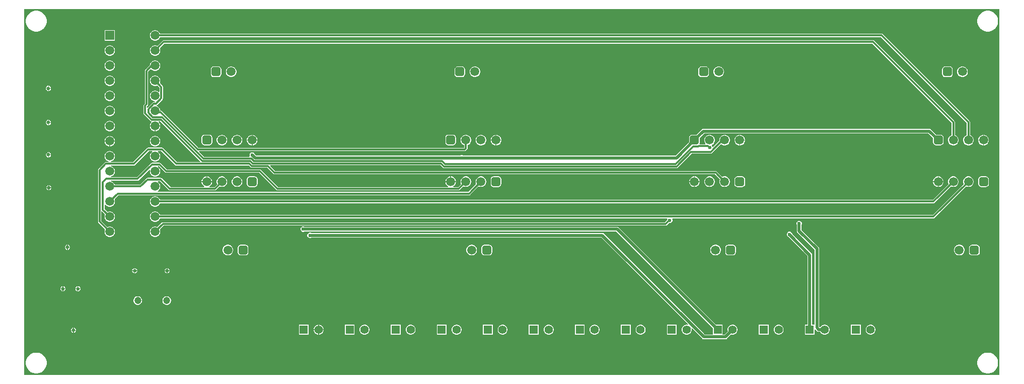
<source format=gbr>
%TF.GenerationSoftware,Altium Limited,Altium Designer,24.6.1 (21)*%
G04 Layer_Physical_Order=2*
G04 Layer_Color=16711680*
%FSLAX45Y45*%
%MOMM*%
%TF.SameCoordinates,9A433DDD-85E4-4EE4-B99C-1E68303A8431*%
%TF.FilePolarity,Positive*%
%TF.FileFunction,Copper,L2,Bot,Signal*%
%TF.Part,Single*%
G01*
G75*
%TA.AperFunction,Conductor*%
%ADD16C,0.50000*%
%ADD18C,0.30000*%
%TA.AperFunction,ViaPad*%
%ADD19C,0.60000*%
%TA.AperFunction,ComponentPad*%
%ADD20C,1.52000*%
G04:AMPARAMS|DCode=21|XSize=1.52mm|YSize=1.52mm|CornerRadius=0.38mm|HoleSize=0mm|Usage=FLASHONLY|Rotation=180.000|XOffset=0mm|YOffset=0mm|HoleType=Round|Shape=RoundedRectangle|*
%AMROUNDEDRECTD21*
21,1,1.52000,0.76000,0,0,180.0*
21,1,0.76000,1.52000,0,0,180.0*
1,1,0.76000,-0.38000,0.38000*
1,1,0.76000,0.38000,0.38000*
1,1,0.76000,0.38000,-0.38000*
1,1,0.76000,-0.38000,-0.38000*
%
%ADD21ROUNDEDRECTD21*%
%ADD22C,1.20000*%
%ADD23R,1.40000X1.40000*%
%ADD24C,1.40000*%
%ADD25C,1.50000*%
%ADD26R,1.50000X1.50000*%
G36*
X16450000Y50000D02*
X50000D01*
Y6200000D01*
X16450000D01*
Y50000D01*
D02*
G37*
%LPC*%
G36*
X16267238Y6175000D02*
X16232767D01*
X16198956Y6168275D01*
X16167108Y6155083D01*
X16138446Y6135932D01*
X16114072Y6111556D01*
X16094919Y6082894D01*
X16081728Y6051046D01*
X16075002Y6017236D01*
Y5982764D01*
X16081728Y5948955D01*
X16094919Y5917107D01*
X16114072Y5888444D01*
X16138446Y5864069D01*
X16167108Y5844917D01*
X16198956Y5831725D01*
X16232767Y5825000D01*
X16267238D01*
X16301048Y5831725D01*
X16332896Y5844917D01*
X16361559Y5864069D01*
X16385933Y5888444D01*
X16405086Y5917107D01*
X16418277Y5948955D01*
X16425002Y5982764D01*
Y6017236D01*
X16418277Y6051046D01*
X16405086Y6082894D01*
X16385933Y6111556D01*
X16361559Y6135932D01*
X16332896Y6155083D01*
X16301048Y6168275D01*
X16267238Y6175000D01*
D02*
G37*
G36*
X267234D02*
X232763D01*
X198953Y6168275D01*
X167105Y6155083D01*
X138442Y6135932D01*
X114067Y6111556D01*
X94915Y6082894D01*
X81724Y6051046D01*
X74999Y6017236D01*
Y5982764D01*
X81724Y5948955D01*
X94915Y5917107D01*
X114067Y5888444D01*
X138442Y5864069D01*
X167105Y5844917D01*
X198953Y5831725D01*
X232763Y5825000D01*
X267234D01*
X301044Y5831725D01*
X332892Y5844917D01*
X361555Y5864069D01*
X385930Y5888444D01*
X405081Y5917107D01*
X418273Y5948955D01*
X424998Y5982764D01*
Y6017236D01*
X418273Y6051046D01*
X405081Y6082894D01*
X385930Y6111556D01*
X361555Y6135932D01*
X332892Y6155083D01*
X301044Y6168275D01*
X267234Y6175000D01*
D02*
G37*
G36*
X1574099Y5847497D02*
X1398700D01*
Y5672098D01*
X1574099D01*
Y5847497D01*
D02*
G37*
G36*
X1497945Y5593497D02*
X1474854D01*
X1452549Y5587521D01*
X1432550Y5575975D01*
X1416222Y5559646D01*
X1404676Y5539648D01*
X1398700Y5517343D01*
Y5494252D01*
X1404676Y5471947D01*
X1416222Y5451948D01*
X1432550Y5435620D01*
X1452549Y5424074D01*
X1474854Y5418098D01*
X1497945D01*
X1520250Y5424074D01*
X1540248Y5435620D01*
X1556577Y5451948D01*
X1568123Y5471947D01*
X1574099Y5494252D01*
Y5517343D01*
X1568123Y5539648D01*
X1556577Y5559646D01*
X1540248Y5575975D01*
X1520250Y5587521D01*
X1497945Y5593497D01*
D02*
G37*
G36*
X2259945Y5339497D02*
X2236854D01*
X2214549Y5333521D01*
X2194550Y5321975D01*
X2178222Y5305646D01*
X2166676Y5285648D01*
X2160700Y5263343D01*
Y5261790D01*
X2083702Y5184792D01*
X2082519Y5183021D01*
X2080945Y5181588D01*
X2079487Y5178483D01*
X2077580Y5175630D01*
X2077165Y5173541D01*
X2076259Y5171614D01*
X2075586Y5168896D01*
X2075426Y5165469D01*
X2074757Y5162103D01*
Y4613023D01*
X2057378Y4595645D01*
X2051256Y4586483D01*
X2049106Y4575674D01*
X2049106Y4575673D01*
Y4455223D01*
X2049106Y4455221D01*
X2051256Y4444413D01*
X2057378Y4435251D01*
X2083028Y4409601D01*
X2083029Y4409600D01*
X2168202Y4324427D01*
X2168202Y4324427D01*
X2177365Y4318305D01*
X2187651Y4316258D01*
X2189003Y4314244D01*
X2192030Y4303455D01*
X2178222Y4289646D01*
X2166676Y4269648D01*
X2160700Y4247343D01*
Y4242147D01*
X2336099D01*
Y4247343D01*
X2330123Y4269648D01*
X2318577Y4289646D01*
X2304768Y4303455D01*
X2308332Y4316155D01*
X2333517D01*
X3007931Y3641740D01*
X3002671Y3629040D01*
X2617903D01*
X2383772Y3863171D01*
X2374610Y3869293D01*
X2363802Y3871443D01*
X2363800Y3871443D01*
X2132998D01*
X2132997Y3871443D01*
X2122189Y3869293D01*
X2113026Y3863171D01*
X2113026Y3863170D01*
X1878896Y3629040D01*
X1505748D01*
X1504076Y3641740D01*
X1520250Y3646074D01*
X1540248Y3657620D01*
X1556577Y3673948D01*
X1568123Y3693947D01*
X1574099Y3716252D01*
Y3739343D01*
X1568123Y3761648D01*
X1556577Y3781646D01*
X1540248Y3797975D01*
X1520250Y3809521D01*
X1497945Y3815497D01*
X1474854D01*
X1452549Y3809521D01*
X1432550Y3797975D01*
X1416222Y3781646D01*
X1404676Y3761648D01*
X1398700Y3739343D01*
Y3716252D01*
X1404676Y3693947D01*
X1416222Y3673948D01*
X1432550Y3657620D01*
X1452549Y3646074D01*
X1468723Y3641740D01*
X1467051Y3629040D01*
X1420361D01*
X1420359Y3629040D01*
X1409551Y3626890D01*
X1400389Y3620768D01*
X1400388Y3620767D01*
X1295624Y3516003D01*
X1289502Y3506841D01*
X1287352Y3496033D01*
X1287352Y3496031D01*
Y2628604D01*
X1287352Y2628602D01*
X1289502Y2617794D01*
X1295624Y2608632D01*
X1407579Y2496676D01*
X1404676Y2491648D01*
X1398700Y2469343D01*
Y2446252D01*
X1404676Y2423947D01*
X1416222Y2403948D01*
X1432550Y2387620D01*
X1452549Y2376074D01*
X1474854Y2370098D01*
X1497945D01*
X1520250Y2376074D01*
X1540248Y2387620D01*
X1556577Y2403948D01*
X1568123Y2423947D01*
X1574099Y2446252D01*
Y2469343D01*
X1568123Y2491648D01*
X1556577Y2511646D01*
X1540248Y2527975D01*
X1520250Y2539521D01*
X1497945Y2545497D01*
X1474854D01*
X1452549Y2539521D01*
X1447521Y2536618D01*
X1343837Y2640301D01*
Y2796457D01*
X1356537Y2801718D01*
X1407579Y2750676D01*
X1404676Y2745648D01*
X1398700Y2723343D01*
Y2700252D01*
X1404676Y2677947D01*
X1416222Y2657948D01*
X1432550Y2641620D01*
X1452549Y2630074D01*
X1474854Y2624098D01*
X1497945D01*
X1520250Y2630074D01*
X1540248Y2641620D01*
X1556577Y2657948D01*
X1568123Y2677947D01*
X1574099Y2700252D01*
Y2723343D01*
X1568123Y2745648D01*
X1556577Y2765646D01*
X1540248Y2781975D01*
X1520250Y2793521D01*
X1497945Y2799497D01*
X1474854D01*
X1452549Y2793521D01*
X1447521Y2790618D01*
X1399240Y2838899D01*
Y2915963D01*
X1411940Y2919366D01*
X1416222Y2911948D01*
X1432550Y2895620D01*
X1452549Y2884074D01*
X1474854Y2878098D01*
X1497945D01*
X1520250Y2884074D01*
X1540248Y2895620D01*
X1556577Y2911948D01*
X1568123Y2931947D01*
X1574099Y2954252D01*
Y2977343D01*
X1568123Y2999648D01*
X1565220Y3004676D01*
X1632302Y3071758D01*
X7527001D01*
X7527002Y3071758D01*
X7537810Y3073908D01*
X7546973Y3080030D01*
X7687391Y3220448D01*
X7692765Y3217346D01*
X7715324Y3211301D01*
X7738679D01*
X7761238Y3217346D01*
X7781464Y3229023D01*
X7797979Y3245538D01*
X7809656Y3265764D01*
X7815701Y3288323D01*
Y3311678D01*
X7809656Y3334237D01*
X7797979Y3354463D01*
X7781464Y3370978D01*
X7761238Y3382655D01*
X7738679Y3388700D01*
X7715324D01*
X7692765Y3382655D01*
X7672539Y3370978D01*
X7656024Y3354463D01*
X7644347Y3334237D01*
X7638302Y3311678D01*
Y3288323D01*
X7644347Y3265764D01*
X7647449Y3260389D01*
X7515303Y3128244D01*
X2290623D01*
X2287220Y3140944D01*
X2302248Y3149620D01*
X2318577Y3165948D01*
X2330123Y3185947D01*
X2336099Y3208252D01*
Y3231343D01*
X2330123Y3253648D01*
X2318577Y3273646D01*
X2302248Y3289975D01*
X2292341Y3295695D01*
X2295744Y3308395D01*
X2330681D01*
X2477348Y3161727D01*
X2477349Y3161727D01*
X2486511Y3155605D01*
X2497319Y3153455D01*
X3254695D01*
X3254697Y3153454D01*
X3265505Y3155605D01*
X3274667Y3161727D01*
X3333389Y3220448D01*
X3338763Y3217346D01*
X3361322Y3211301D01*
X3384677D01*
X3407237Y3217346D01*
X3427463Y3229023D01*
X3443977Y3245538D01*
X3455655Y3265764D01*
X3461699Y3288323D01*
Y3311678D01*
X3455655Y3334237D01*
X3443977Y3354463D01*
X3427463Y3370978D01*
X3407237Y3382655D01*
X3384677Y3388700D01*
X3361322D01*
X3338763Y3382655D01*
X3318537Y3370978D01*
X3302022Y3354463D01*
X3290345Y3334237D01*
X3284300Y3311678D01*
Y3288323D01*
X3290345Y3265764D01*
X3293447Y3260390D01*
X3242998Y3209940D01*
X3165810D01*
X3162407Y3222640D01*
X3173463Y3229023D01*
X3189977Y3245538D01*
X3201655Y3265764D01*
X3207699Y3288323D01*
Y3293651D01*
X3119000D01*
X3030300D01*
Y3288323D01*
X3036345Y3265764D01*
X3048022Y3245538D01*
X3064537Y3229023D01*
X3075592Y3222640D01*
X3072189Y3209940D01*
X2509018D01*
X2362350Y3356608D01*
X2353188Y3362730D01*
X2342379Y3364880D01*
X2342378Y3364880D01*
X2122837D01*
X2112029Y3362730D01*
X2102866Y3356608D01*
X2102866Y3356607D01*
X1994298Y3248040D01*
X1569625D01*
X1568123Y3253648D01*
X1556577Y3273646D01*
X1540248Y3289975D01*
X1520250Y3301521D01*
X1504076Y3305855D01*
X1505748Y3318555D01*
X1953758D01*
X1953759Y3318554D01*
X1964568Y3320705D01*
X1973730Y3326827D01*
X2153153Y3506250D01*
X2164540Y3499676D01*
X2160700Y3485343D01*
Y3462252D01*
X2166676Y3439947D01*
X2178222Y3419948D01*
X2194550Y3403620D01*
X2214549Y3392074D01*
X2236854Y3386098D01*
X2259945D01*
X2282250Y3392074D01*
X2302248Y3403620D01*
X2318577Y3419948D01*
X2330123Y3439947D01*
X2336099Y3462252D01*
Y3485343D01*
X2330123Y3507648D01*
X2318577Y3527646D01*
X2302248Y3543975D01*
X2294831Y3548257D01*
X2298234Y3560957D01*
X2312901D01*
X2414950Y3458907D01*
X2414951Y3458907D01*
X2424114Y3452785D01*
X2434922Y3450634D01*
X2434923Y3450635D01*
X3996921D01*
X4285829Y3161727D01*
X4294991Y3155605D01*
X4305799Y3153454D01*
X4305801Y3153455D01*
X7354697D01*
X7354699Y3153454D01*
X7365507Y3155605D01*
X7374669Y3161727D01*
X7433391Y3220448D01*
X7438765Y3217346D01*
X7461324Y3211301D01*
X7484679D01*
X7507238Y3217346D01*
X7527464Y3229023D01*
X7543979Y3245538D01*
X7555656Y3265764D01*
X7561701Y3288323D01*
Y3311678D01*
X7555656Y3334237D01*
X7543979Y3354463D01*
X7527464Y3370978D01*
X7507238Y3382655D01*
X7484679Y3388700D01*
X7461324D01*
X7438765Y3382655D01*
X7418539Y3370978D01*
X7402024Y3354463D01*
X7390347Y3334237D01*
X7384302Y3311678D01*
Y3288323D01*
X7390347Y3265764D01*
X7393449Y3260390D01*
X7343000Y3209940D01*
X7265812D01*
X7262409Y3222640D01*
X7273464Y3229023D01*
X7289979Y3245538D01*
X7301656Y3265764D01*
X7307701Y3288323D01*
Y3293651D01*
X7219002D01*
X7130302D01*
Y3288323D01*
X7136347Y3265764D01*
X7148024Y3245538D01*
X7164539Y3229023D01*
X7175594Y3222640D01*
X7172191Y3209940D01*
X4317498D01*
X4028590Y3498848D01*
X4019428Y3504970D01*
X4008619Y3507120D01*
X4008618Y3507120D01*
X2446620D01*
X2344570Y3609171D01*
X2335408Y3615293D01*
X2324599Y3617443D01*
X2324598Y3617443D01*
X2196163D01*
X2196162Y3617443D01*
X2185354Y3615293D01*
X2176191Y3609171D01*
X2176190Y3609170D01*
X1942061Y3375040D01*
X1505748D01*
X1504076Y3387740D01*
X1520250Y3392074D01*
X1540248Y3403620D01*
X1556577Y3419948D01*
X1568123Y3439947D01*
X1574099Y3462252D01*
Y3485343D01*
X1568123Y3507648D01*
X1556577Y3527646D01*
X1540248Y3543975D01*
X1520250Y3555521D01*
X1504076Y3559855D01*
X1505748Y3572555D01*
X1890593D01*
X1890595Y3572554D01*
X1901403Y3574705D01*
X1910565Y3580827D01*
X2144695Y3814957D01*
X2198565D01*
X2201968Y3802257D01*
X2194550Y3797975D01*
X2178222Y3781646D01*
X2166676Y3761648D01*
X2160700Y3739343D01*
Y3716252D01*
X2166676Y3693947D01*
X2178222Y3673948D01*
X2194550Y3657620D01*
X2214549Y3646074D01*
X2236854Y3640098D01*
X2259945D01*
X2282250Y3646074D01*
X2302248Y3657620D01*
X2318577Y3673948D01*
X2330123Y3693947D01*
X2336099Y3716252D01*
Y3739343D01*
X2330123Y3761648D01*
X2318577Y3781646D01*
X2302248Y3797975D01*
X2294831Y3802257D01*
X2298234Y3814957D01*
X2352103D01*
X2586233Y3580827D01*
X2586233Y3580827D01*
X2595396Y3574705D01*
X2606204Y3572554D01*
X2606205Y3572555D01*
X3823201D01*
X3853826Y3541930D01*
X3853826Y3541929D01*
X3862989Y3535807D01*
X3873797Y3533657D01*
X4134939D01*
X4237629Y3430967D01*
X4237630Y3430967D01*
X4246792Y3424845D01*
X4257600Y3422694D01*
X4257602Y3422695D01*
X11664363D01*
X11747446Y3339611D01*
X11744344Y3334237D01*
X11738299Y3311678D01*
Y3288323D01*
X11744344Y3265764D01*
X11756021Y3245538D01*
X11772536Y3229023D01*
X11792762Y3217346D01*
X11815321Y3211301D01*
X11838676D01*
X11861235Y3217346D01*
X11881461Y3229023D01*
X11897976Y3245538D01*
X11909653Y3265764D01*
X11915698Y3288323D01*
Y3311678D01*
X11909653Y3334237D01*
X11897976Y3354463D01*
X11881461Y3370978D01*
X11861235Y3382655D01*
X11838676Y3388700D01*
X11815321D01*
X11792762Y3382655D01*
X11787388Y3379553D01*
X11696032Y3470908D01*
X11686870Y3477030D01*
X11676061Y3479180D01*
X11676060Y3479180D01*
X4269299D01*
X4183855Y3564624D01*
X4188716Y3576357D01*
X7048458D01*
X7087485Y3537330D01*
X7087486Y3537329D01*
X7096648Y3531207D01*
X7107456Y3529057D01*
X11017686D01*
X11017687Y3529057D01*
X11028495Y3531207D01*
X11037658Y3537329D01*
X11272086Y3771757D01*
X11592248D01*
X11592249Y3771757D01*
X11603058Y3773907D01*
X11612220Y3780029D01*
X11766874Y3934683D01*
X11772536Y3929022D01*
X11792762Y3917344D01*
X11815321Y3911299D01*
X11838676D01*
X11861235Y3917344D01*
X11881461Y3929022D01*
X11897976Y3945536D01*
X11909653Y3965762D01*
X11915698Y3988321D01*
Y4011677D01*
X11909653Y4034236D01*
X11897976Y4054462D01*
X11881461Y4070977D01*
X11861235Y4082654D01*
X11838676Y4088699D01*
X11815321D01*
X11792762Y4082654D01*
X11772536Y4070977D01*
X11756021Y4054462D01*
X11744344Y4034236D01*
X11738299Y4011677D01*
Y3988321D01*
X11738791Y3986483D01*
X11632728Y3880420D01*
X11620071Y3885724D01*
X11614494Y3899188D01*
X11609010Y3904672D01*
X11608589Y3907680D01*
X11611713Y3919929D01*
X11627461Y3929022D01*
X11643976Y3945536D01*
X11655653Y3965762D01*
X11661698Y3988321D01*
Y4011677D01*
X11655653Y4034236D01*
X11643976Y4054462D01*
X11627461Y4070977D01*
X11607235Y4082654D01*
X11584676Y4088699D01*
X11561321D01*
X11538762Y4082654D01*
X11518536Y4070977D01*
X11502021Y4054462D01*
X11490344Y4034236D01*
X11484299Y4011677D01*
Y3988321D01*
X11490344Y3965762D01*
X11502021Y3945536D01*
X11505963Y3941594D01*
X11500703Y3928894D01*
X11409325D01*
X11403338Y3940094D01*
X11404757Y3942217D01*
X11408692Y3961999D01*
Y4035332D01*
X11484921Y4111561D01*
X15253078D01*
X15329308Y4035332D01*
Y3961999D01*
X15333241Y3942217D01*
X15344447Y3925447D01*
X15361218Y3914241D01*
X15381000Y3910306D01*
X15457001D01*
X15476784Y3914241D01*
X15493553Y3925447D01*
X15504759Y3942217D01*
X15508694Y3961999D01*
Y4037999D01*
X15504759Y4057781D01*
X15493553Y4074552D01*
X15476784Y4085757D01*
X15457001Y4089692D01*
X15383669D01*
X15296181Y4177180D01*
X15283710Y4185513D01*
X15268999Y4188439D01*
X15268999Y4188439D01*
X11469001D01*
X11468999Y4188439D01*
X11454290Y4185513D01*
X11441819Y4177180D01*
X11354331Y4089692D01*
X11280999D01*
X11261216Y4085757D01*
X11244446Y4074552D01*
X11233240Y4057781D01*
X11229305Y4037999D01*
Y3964666D01*
X11003077Y3738439D01*
X7428112Y3738439D01*
X7412272Y3745000D01*
X7394370D01*
X7378530Y3738439D01*
X3946921D01*
X3925710Y3759650D01*
X3919149Y3775490D01*
X3906490Y3788149D01*
X3889951Y3795000D01*
X3872049D01*
X3855509Y3788149D01*
X3842851Y3775490D01*
X3836000Y3758951D01*
Y3741049D01*
X3841274Y3728315D01*
X3835151Y3715615D01*
X3074326D01*
X2987218Y3802724D01*
X2992078Y3814457D01*
X7455427D01*
X7455428Y3814457D01*
X7466236Y3816607D01*
X7475399Y3822729D01*
X7492972Y3840302D01*
X7492972Y3840303D01*
X7499094Y3849466D01*
X7501245Y3860274D01*
X7501244Y3860275D01*
Y3915738D01*
X7507238Y3917344D01*
X7527464Y3929022D01*
X7543979Y3945536D01*
X7555656Y3965762D01*
X7561701Y3988321D01*
Y4011677D01*
X7555656Y4034236D01*
X7543979Y4054462D01*
X7527464Y4070977D01*
X7507238Y4082654D01*
X7484679Y4088699D01*
X7461324D01*
X7438765Y4082654D01*
X7418539Y4070977D01*
X7402024Y4054462D01*
X7390347Y4034236D01*
X7384302Y4011677D01*
Y3988321D01*
X7390347Y3965762D01*
X7402024Y3945536D01*
X7418539Y3929022D01*
X7438765Y3917344D01*
X7444759Y3915738D01*
Y3871972D01*
X7443729Y3870943D01*
X2979385D01*
X2362418Y4487910D01*
X2353256Y4494032D01*
X2342448Y4496182D01*
X2336099Y4501344D01*
X2330123Y4523648D01*
X2318577Y4543646D01*
X2302248Y4559975D01*
X2282250Y4571521D01*
X2275508Y4573327D01*
X2274868Y4575158D01*
X2274479Y4586751D01*
X2280673Y4590890D01*
X2371069Y4681287D01*
X2371070Y4681287D01*
X2377192Y4690450D01*
X2379342Y4701258D01*
X2379342Y4701259D01*
Y4895097D01*
X2377192Y4905905D01*
X2371070Y4915068D01*
X2371069Y4915069D01*
X2327220Y4958918D01*
X2330123Y4963947D01*
X2336099Y4986252D01*
Y5009343D01*
X2330123Y5031648D01*
X2318577Y5051646D01*
X2302248Y5067975D01*
X2282250Y5079521D01*
X2259945Y5085497D01*
X2236854D01*
X2214549Y5079521D01*
X2194550Y5067975D01*
X2178222Y5051646D01*
X2166676Y5031648D01*
X2160700Y5009343D01*
Y4986252D01*
X2166676Y4963947D01*
X2178222Y4943948D01*
X2194550Y4927620D01*
X2214549Y4916074D01*
X2236854Y4910098D01*
X2259945D01*
X2282250Y4916074D01*
X2287278Y4918977D01*
X2322857Y4883399D01*
Y4811327D01*
X2310157Y4806066D01*
X2302248Y4813975D01*
X2282250Y4825521D01*
X2259945Y4831497D01*
X2236854D01*
X2214549Y4825521D01*
X2194550Y4813975D01*
X2178222Y4797646D01*
X2166676Y4777648D01*
X2160700Y4755343D01*
Y4732252D01*
X2166676Y4709947D01*
X2178222Y4689948D01*
X2194550Y4673620D01*
X2214549Y4662074D01*
X2236854Y4656098D01*
X2237762D01*
X2244353Y4643398D01*
X2241330Y4639103D01*
X2224223D01*
X2213414Y4636953D01*
X2204252Y4630831D01*
X2118292Y4544871D01*
X2105592Y4550132D01*
Y4563976D01*
X2122969Y4581354D01*
X2122970Y4581354D01*
X2129092Y4590517D01*
X2131242Y4601325D01*
X2131242Y4601326D01*
Y5152449D01*
X2176914Y5198121D01*
X2178222Y5197948D01*
X2194550Y5181620D01*
X2214549Y5170074D01*
X2236854Y5164098D01*
X2259945D01*
X2282250Y5170074D01*
X2302248Y5181620D01*
X2318577Y5197948D01*
X2330123Y5217947D01*
X2336099Y5240252D01*
Y5263343D01*
X2330123Y5285648D01*
X2318577Y5305646D01*
X2302248Y5321975D01*
X2282250Y5333521D01*
X2259945Y5339497D01*
D02*
G37*
G36*
X1497945D02*
X1474854D01*
X1452549Y5333521D01*
X1432550Y5321975D01*
X1416222Y5305646D01*
X1404676Y5285648D01*
X1398700Y5263343D01*
Y5240252D01*
X1404676Y5217947D01*
X1416222Y5197948D01*
X1432550Y5181620D01*
X1452549Y5170074D01*
X1474854Y5164098D01*
X1497945D01*
X1520250Y5170074D01*
X1540248Y5181620D01*
X1556577Y5197948D01*
X1568123Y5217947D01*
X1574099Y5240252D01*
Y5263343D01*
X1568123Y5285648D01*
X1556577Y5305646D01*
X1540248Y5321975D01*
X1520250Y5333521D01*
X1497945Y5339497D01*
D02*
G37*
G36*
X15838678Y5238699D02*
X15815323D01*
X15792764Y5232654D01*
X15772539Y5220977D01*
X15756023Y5204462D01*
X15744347Y5184236D01*
X15738301Y5161677D01*
Y5138322D01*
X15744347Y5115762D01*
X15756023Y5095536D01*
X15772539Y5079022D01*
X15792764Y5067344D01*
X15815323Y5061300D01*
X15838678D01*
X15861238Y5067344D01*
X15881464Y5079022D01*
X15897978Y5095536D01*
X15909656Y5115762D01*
X15915700Y5138322D01*
Y5161677D01*
X15909656Y5184236D01*
X15897978Y5204462D01*
X15881464Y5220977D01*
X15861238Y5232654D01*
X15838678Y5238699D01*
D02*
G37*
G36*
X11738676D02*
X11715321D01*
X11692762Y5232654D01*
X11672536Y5220977D01*
X11656021Y5204462D01*
X11644344Y5184236D01*
X11638299Y5161677D01*
Y5138322D01*
X11644344Y5115762D01*
X11656021Y5095536D01*
X11672536Y5079022D01*
X11692762Y5067344D01*
X11715321Y5061300D01*
X11738676D01*
X11761236Y5067344D01*
X11781462Y5079022D01*
X11797976Y5095536D01*
X11809654Y5115762D01*
X11815698Y5138322D01*
Y5161677D01*
X11809654Y5184236D01*
X11797976Y5204462D01*
X11781462Y5220977D01*
X11761236Y5232654D01*
X11738676Y5238699D01*
D02*
G37*
G36*
X7638679D02*
X7615324D01*
X7592765Y5232654D01*
X7572539Y5220977D01*
X7556024Y5204462D01*
X7544347Y5184236D01*
X7538302Y5161677D01*
Y5138322D01*
X7544347Y5115762D01*
X7556024Y5095536D01*
X7572539Y5079022D01*
X7592765Y5067344D01*
X7615324Y5061300D01*
X7638679D01*
X7661239Y5067344D01*
X7681465Y5079022D01*
X7697979Y5095536D01*
X7709657Y5115762D01*
X7715702Y5138322D01*
Y5161677D01*
X7709657Y5184236D01*
X7697979Y5204462D01*
X7681465Y5220977D01*
X7661239Y5232654D01*
X7638679Y5238699D01*
D02*
G37*
G36*
X3538677D02*
X3515322D01*
X3492763Y5232654D01*
X3472537Y5220977D01*
X3456022Y5204462D01*
X3444345Y5184236D01*
X3438300Y5161677D01*
Y5138322D01*
X3444345Y5115762D01*
X3456022Y5095536D01*
X3472537Y5079022D01*
X3492763Y5067344D01*
X3515322Y5061300D01*
X3538677D01*
X3561237Y5067344D01*
X3581463Y5079022D01*
X3597977Y5095536D01*
X3609655Y5115762D01*
X3615700Y5138322D01*
Y5161677D01*
X3609655Y5184236D01*
X3597977Y5204462D01*
X3581463Y5220977D01*
X3561237Y5232654D01*
X3538677Y5238699D01*
D02*
G37*
G36*
X15611002Y5239693D02*
X15535001D01*
X15515218Y5235758D01*
X15498448Y5224552D01*
X15487242Y5207782D01*
X15483307Y5187999D01*
Y5111999D01*
X15487242Y5092217D01*
X15498448Y5075447D01*
X15515218Y5064241D01*
X15535001Y5060306D01*
X15611002D01*
X15630783Y5064241D01*
X15647552Y5075447D01*
X15658759Y5092217D01*
X15662694Y5111999D01*
Y5187999D01*
X15658759Y5207782D01*
X15647552Y5224552D01*
X15630783Y5235758D01*
X15611002Y5239693D01*
D02*
G37*
G36*
X11510999D02*
X11434999D01*
X11415216Y5235758D01*
X11398446Y5224552D01*
X11387240Y5207782D01*
X11383305Y5187999D01*
Y5111999D01*
X11387240Y5092217D01*
X11398446Y5075447D01*
X11415216Y5064241D01*
X11434999Y5060306D01*
X11510999D01*
X11530781Y5064241D01*
X11547551Y5075447D01*
X11558757Y5092217D01*
X11562692Y5111999D01*
Y5187999D01*
X11558757Y5207782D01*
X11547551Y5224552D01*
X11530781Y5235758D01*
X11510999Y5239693D01*
D02*
G37*
G36*
X7411002D02*
X7335002D01*
X7315220Y5235758D01*
X7298449Y5224552D01*
X7287243Y5207782D01*
X7283309Y5187999D01*
Y5111999D01*
X7287243Y5092217D01*
X7298449Y5075447D01*
X7315220Y5064241D01*
X7335002Y5060306D01*
X7411002D01*
X7430784Y5064241D01*
X7447554Y5075447D01*
X7458760Y5092217D01*
X7462695Y5111999D01*
Y5187999D01*
X7458760Y5207782D01*
X7447554Y5224552D01*
X7430784Y5235758D01*
X7411002Y5239693D01*
D02*
G37*
G36*
X3311000D02*
X3235000D01*
X3215218Y5235758D01*
X3198447Y5224552D01*
X3187242Y5207782D01*
X3183307Y5187999D01*
Y5111999D01*
X3187242Y5092217D01*
X3198447Y5075447D01*
X3215218Y5064241D01*
X3235000Y5060306D01*
X3311000D01*
X3330782Y5064241D01*
X3347552Y5075447D01*
X3358758Y5092217D01*
X3362693Y5111999D01*
Y5187999D01*
X3358758Y5207782D01*
X3347552Y5224552D01*
X3330782Y5235758D01*
X3311000Y5239693D01*
D02*
G37*
G36*
X1497945Y5085497D02*
X1474854D01*
X1452549Y5079521D01*
X1432550Y5067975D01*
X1416222Y5051646D01*
X1404676Y5031648D01*
X1398700Y5009343D01*
Y4986252D01*
X1404676Y4963947D01*
X1416222Y4943948D01*
X1432550Y4927620D01*
X1452549Y4916074D01*
X1474854Y4910098D01*
X1497945D01*
X1520250Y4916074D01*
X1540248Y4927620D01*
X1556577Y4943948D01*
X1568123Y4963947D01*
X1574099Y4986252D01*
Y5009343D01*
X1568123Y5031648D01*
X1556577Y5051646D01*
X1540248Y5067975D01*
X1520250Y5079521D01*
X1497945Y5085497D01*
D02*
G37*
G36*
X463485Y4912700D02*
X461342D01*
Y4876350D01*
X497692D01*
Y4878493D01*
X491191Y4894187D01*
X479179Y4906199D01*
X463485Y4912700D01*
D02*
G37*
G36*
X448642D02*
X446498D01*
X430804Y4906199D01*
X418793Y4894187D01*
X412292Y4878493D01*
Y4876350D01*
X448642D01*
Y4912700D01*
D02*
G37*
G36*
X497692Y4863650D02*
X461342D01*
Y4827300D01*
X463485D01*
X479179Y4833801D01*
X491191Y4845813D01*
X497692Y4861506D01*
Y4863650D01*
D02*
G37*
G36*
X448642D02*
X412292D01*
Y4861506D01*
X418793Y4845813D01*
X430804Y4833801D01*
X446498Y4827300D01*
X448642D01*
Y4863650D01*
D02*
G37*
G36*
X1497945Y4831497D02*
X1474854D01*
X1452549Y4825521D01*
X1432550Y4813975D01*
X1416222Y4797646D01*
X1404676Y4777648D01*
X1398700Y4755343D01*
Y4732252D01*
X1404676Y4709947D01*
X1416222Y4689948D01*
X1432550Y4673620D01*
X1452549Y4662074D01*
X1474854Y4656098D01*
X1497945D01*
X1520250Y4662074D01*
X1540248Y4673620D01*
X1556577Y4689948D01*
X1568123Y4709947D01*
X1574099Y4732252D01*
Y4755343D01*
X1568123Y4777648D01*
X1556577Y4797646D01*
X1540248Y4813975D01*
X1520250Y4825521D01*
X1497945Y4831497D01*
D02*
G37*
G36*
Y4577497D02*
X1474854D01*
X1452549Y4571521D01*
X1432550Y4559975D01*
X1416222Y4543646D01*
X1404676Y4523648D01*
X1398700Y4501343D01*
Y4478252D01*
X1404676Y4455947D01*
X1416222Y4435948D01*
X1432550Y4419620D01*
X1452549Y4408074D01*
X1474854Y4402098D01*
X1497945D01*
X1520250Y4408074D01*
X1540248Y4419620D01*
X1556577Y4435948D01*
X1568123Y4455947D01*
X1574099Y4478252D01*
Y4501343D01*
X1568123Y4523648D01*
X1556577Y4543646D01*
X1540248Y4559975D01*
X1520250Y4571521D01*
X1497945Y4577497D01*
D02*
G37*
G36*
X463414Y4337629D02*
X461271D01*
Y4301279D01*
X497621D01*
Y4303422D01*
X491120Y4319116D01*
X479108Y4331128D01*
X463414Y4337629D01*
D02*
G37*
G36*
X448571D02*
X446427D01*
X430733Y4331128D01*
X418722Y4319116D01*
X412221Y4303422D01*
Y4301279D01*
X448571D01*
Y4337629D01*
D02*
G37*
G36*
X497621Y4288579D02*
X461271D01*
Y4252229D01*
X463414D01*
X479108Y4258730D01*
X491120Y4270741D01*
X497621Y4286435D01*
Y4288579D01*
D02*
G37*
G36*
X448571D02*
X412221D01*
Y4286435D01*
X418722Y4270741D01*
X430733Y4258730D01*
X446427Y4252229D01*
X448571D01*
Y4288579D01*
D02*
G37*
G36*
X2336099Y4229447D02*
X2254749D01*
Y4148098D01*
X2259945D01*
X2282250Y4154074D01*
X2302248Y4165620D01*
X2318577Y4181948D01*
X2330123Y4201947D01*
X2336099Y4224252D01*
Y4229447D01*
D02*
G37*
G36*
X2242049D02*
X2160700D01*
Y4224252D01*
X2166676Y4201947D01*
X2178222Y4181948D01*
X2194550Y4165620D01*
X2214549Y4154074D01*
X2236854Y4148098D01*
X2242049D01*
Y4229447D01*
D02*
G37*
G36*
X1497945Y4323497D02*
X1474854D01*
X1452549Y4317521D01*
X1432550Y4305975D01*
X1416222Y4289646D01*
X1404676Y4269648D01*
X1398700Y4247343D01*
Y4224252D01*
X1404676Y4201947D01*
X1416222Y4181948D01*
X1432550Y4165620D01*
X1452549Y4154074D01*
X1474854Y4148098D01*
X1497945D01*
X1520250Y4154074D01*
X1540248Y4165620D01*
X1556577Y4181948D01*
X1568123Y4201947D01*
X1574099Y4224252D01*
Y4247343D01*
X1568123Y4269648D01*
X1556577Y4289646D01*
X1540248Y4305975D01*
X1520250Y4317521D01*
X1497945Y4323497D01*
D02*
G37*
G36*
X16192677Y4088699D02*
X16187350D01*
Y4006349D01*
X16269701D01*
Y4011677D01*
X16263655Y4034236D01*
X16251978Y4054462D01*
X16235463Y4070977D01*
X16215237Y4082654D01*
X16192677Y4088699D01*
D02*
G37*
G36*
X16174651D02*
X16169324D01*
X16146764Y4082654D01*
X16126537Y4070977D01*
X16110023Y4054462D01*
X16098346Y4034236D01*
X16092300Y4011677D01*
Y4006349D01*
X16174651D01*
Y4088699D01*
D02*
G37*
G36*
X12092676D02*
X12087348D01*
Y4006349D01*
X12169698D01*
Y4011677D01*
X12163653Y4034236D01*
X12151976Y4054462D01*
X12135461Y4070977D01*
X12115235Y4082654D01*
X12092676Y4088699D01*
D02*
G37*
G36*
X12074648D02*
X12069321D01*
X12046762Y4082654D01*
X12026536Y4070977D01*
X12010021Y4054462D01*
X11998344Y4034236D01*
X11992299Y4011677D01*
Y4006349D01*
X12074648D01*
Y4088699D01*
D02*
G37*
G36*
X7992679D02*
X7987352D01*
Y4006349D01*
X8069701D01*
Y4011677D01*
X8063656Y4034236D01*
X8051979Y4054462D01*
X8035464Y4070977D01*
X8015238Y4082654D01*
X7992679Y4088699D01*
D02*
G37*
G36*
X7974652D02*
X7969324D01*
X7946765Y4082654D01*
X7926539Y4070977D01*
X7910024Y4054462D01*
X7898347Y4034236D01*
X7892302Y4011677D01*
Y4006349D01*
X7974652D01*
Y4088699D01*
D02*
G37*
G36*
X3892677D02*
X3887350D01*
Y4006349D01*
X3969699D01*
Y4011677D01*
X3963655Y4034236D01*
X3951977Y4054462D01*
X3935463Y4070977D01*
X3915237Y4082654D01*
X3892677Y4088699D01*
D02*
G37*
G36*
X3874650D02*
X3869322D01*
X3846763Y4082654D01*
X3826537Y4070977D01*
X3810022Y4054462D01*
X3798345Y4034236D01*
X3792300Y4011677D01*
Y4006349D01*
X3874650D01*
Y4088699D01*
D02*
G37*
G36*
X1497945Y4069497D02*
X1492749D01*
Y3988147D01*
X1574099D01*
Y3993343D01*
X1568123Y4015648D01*
X1556577Y4035646D01*
X1540248Y4051975D01*
X1520250Y4063521D01*
X1497945Y4069497D01*
D02*
G37*
G36*
X1480049D02*
X1474854D01*
X1452549Y4063521D01*
X1432550Y4051975D01*
X1416222Y4035646D01*
X1404676Y4015648D01*
X1398700Y3993343D01*
Y3988147D01*
X1480049D01*
Y4069497D01*
D02*
G37*
G36*
X16269701Y3993649D02*
X16187350D01*
Y3911299D01*
X16192677D01*
X16215237Y3917344D01*
X16235463Y3929022D01*
X16251978Y3945536D01*
X16263655Y3965762D01*
X16269701Y3988321D01*
Y3993649D01*
D02*
G37*
G36*
X16174651D02*
X16092300D01*
Y3988321D01*
X16098346Y3965762D01*
X16110023Y3945536D01*
X16126537Y3929022D01*
X16146764Y3917344D01*
X16169324Y3911299D01*
X16174651D01*
Y3993649D01*
D02*
G37*
G36*
X2259945Y5847497D02*
X2236854D01*
X2214549Y5841521D01*
X2194550Y5829975D01*
X2178222Y5813646D01*
X2166676Y5793648D01*
X2160700Y5771343D01*
Y5748252D01*
X2166676Y5725947D01*
X2178222Y5705948D01*
X2194550Y5689620D01*
X2214549Y5678074D01*
X2236854Y5672098D01*
X2259945D01*
X2282250Y5678074D01*
X2302248Y5689620D01*
X2318577Y5705948D01*
X2330123Y5725947D01*
X2331625Y5731555D01*
X14455502D01*
X15898758Y4288300D01*
Y4084260D01*
X15892763Y4082654D01*
X15872537Y4070977D01*
X15856023Y4054462D01*
X15844347Y4034236D01*
X15838301Y4011677D01*
Y3988321D01*
X15844347Y3965762D01*
X15856023Y3945536D01*
X15872537Y3929022D01*
X15892763Y3917344D01*
X15915323Y3911299D01*
X15938678D01*
X15961237Y3917344D01*
X15981464Y3929022D01*
X15997978Y3945536D01*
X16009656Y3965762D01*
X16015700Y3988321D01*
Y4011677D01*
X16009656Y4034236D01*
X15997978Y4054462D01*
X15981464Y4070977D01*
X15961237Y4082654D01*
X15955243Y4084260D01*
Y4299997D01*
X15955243Y4299999D01*
X15953093Y4310806D01*
X15946971Y4319969D01*
X15946970Y4319970D01*
X14487172Y5779768D01*
X14478011Y5785890D01*
X14467201Y5788040D01*
X14467200Y5788040D01*
X2331625D01*
X2330123Y5793648D01*
X2318577Y5813646D01*
X2302248Y5829975D01*
X2282250Y5841521D01*
X2259945Y5847497D01*
D02*
G37*
G36*
X14323001Y5678241D02*
X14323000Y5678241D01*
X2392600D01*
X2381792Y5676091D01*
X2372629Y5669969D01*
X2372629Y5669968D01*
X2287278Y5584618D01*
X2282250Y5587521D01*
X2259945Y5593497D01*
X2236854D01*
X2214549Y5587521D01*
X2194550Y5575975D01*
X2178222Y5559646D01*
X2166676Y5539648D01*
X2160700Y5517343D01*
Y5494252D01*
X2166676Y5471947D01*
X2178222Y5451948D01*
X2194550Y5435620D01*
X2214549Y5424074D01*
X2236854Y5418098D01*
X2259945D01*
X2282250Y5424074D01*
X2302248Y5435620D01*
X2318577Y5451948D01*
X2330123Y5471947D01*
X2336099Y5494252D01*
Y5517343D01*
X2330123Y5539648D01*
X2327220Y5544676D01*
X2404299Y5621756D01*
X14311302D01*
X15644759Y4288300D01*
Y4084260D01*
X15638763Y4082654D01*
X15618536Y4070977D01*
X15602023Y4054462D01*
X15590346Y4034236D01*
X15584302Y4011677D01*
Y3988321D01*
X15590346Y3965762D01*
X15602023Y3945536D01*
X15618536Y3929022D01*
X15638763Y3917344D01*
X15661324Y3911299D01*
X15684679D01*
X15707237Y3917344D01*
X15727463Y3929022D01*
X15743977Y3945536D01*
X15755655Y3965762D01*
X15761700Y3988321D01*
Y4011677D01*
X15755655Y4034236D01*
X15743977Y4054462D01*
X15727463Y4070977D01*
X15707237Y4082654D01*
X15701244Y4084260D01*
Y4299997D01*
X15701244Y4299999D01*
X15699094Y4310806D01*
X15692970Y4319969D01*
X15692970Y4319970D01*
X14342970Y5669969D01*
X14333809Y5676091D01*
X14323001Y5678241D01*
D02*
G37*
G36*
X12169698Y3993649D02*
X12087348D01*
Y3911299D01*
X12092676D01*
X12115235Y3917344D01*
X12135461Y3929022D01*
X12151976Y3945536D01*
X12163653Y3965762D01*
X12169698Y3988321D01*
Y3993649D01*
D02*
G37*
G36*
X12074648D02*
X11992299D01*
Y3988321D01*
X11998344Y3965762D01*
X12010021Y3945536D01*
X12026536Y3929022D01*
X12046762Y3917344D01*
X12069321Y3911299D01*
X12074648D01*
Y3993649D01*
D02*
G37*
G36*
X8069701D02*
X7987352D01*
Y3911299D01*
X7992679D01*
X8015238Y3917344D01*
X8035464Y3929022D01*
X8051979Y3945536D01*
X8063656Y3965762D01*
X8069701Y3988321D01*
Y3993649D01*
D02*
G37*
G36*
X7974652D02*
X7892302D01*
Y3988321D01*
X7898347Y3965762D01*
X7910024Y3945536D01*
X7926539Y3929022D01*
X7946765Y3917344D01*
X7969324Y3911299D01*
X7974652D01*
Y3993649D01*
D02*
G37*
G36*
X7738679Y4088699D02*
X7715324D01*
X7692765Y4082654D01*
X7672539Y4070977D01*
X7656024Y4054462D01*
X7644347Y4034236D01*
X7638302Y4011677D01*
Y3988321D01*
X7644347Y3965762D01*
X7656024Y3945536D01*
X7672539Y3929022D01*
X7692765Y3917344D01*
X7715324Y3911299D01*
X7738679D01*
X7761238Y3917344D01*
X7781464Y3929022D01*
X7797979Y3945536D01*
X7809656Y3965762D01*
X7815701Y3988321D01*
Y4011677D01*
X7809656Y4034236D01*
X7797979Y4054462D01*
X7781464Y4070977D01*
X7761238Y4082654D01*
X7738679Y4088699D01*
D02*
G37*
G36*
X3969699Y3993649D02*
X3887350D01*
Y3911299D01*
X3892677D01*
X3915237Y3917344D01*
X3935463Y3929022D01*
X3951977Y3945536D01*
X3963655Y3965762D01*
X3969699Y3988321D01*
Y3993649D01*
D02*
G37*
G36*
X3874650D02*
X3792300D01*
Y3988321D01*
X3798345Y3965762D01*
X3810022Y3945536D01*
X3826537Y3929022D01*
X3846763Y3917344D01*
X3869322Y3911299D01*
X3874650D01*
Y3993649D01*
D02*
G37*
G36*
X3638677Y4088699D02*
X3615322D01*
X3592763Y4082654D01*
X3572537Y4070977D01*
X3556022Y4054462D01*
X3544345Y4034236D01*
X3538300Y4011677D01*
Y3988321D01*
X3544345Y3965762D01*
X3556022Y3945536D01*
X3572537Y3929022D01*
X3592763Y3917344D01*
X3615322Y3911299D01*
X3638677D01*
X3661237Y3917344D01*
X3681463Y3929022D01*
X3697977Y3945536D01*
X3709655Y3965762D01*
X3715699Y3988321D01*
Y4011677D01*
X3709655Y4034236D01*
X3697977Y4054462D01*
X3681463Y4070977D01*
X3661237Y4082654D01*
X3638677Y4088699D01*
D02*
G37*
G36*
X3384677D02*
X3361322D01*
X3338763Y4082654D01*
X3318537Y4070977D01*
X3302022Y4054462D01*
X3290345Y4034236D01*
X3284300Y4011677D01*
Y3988321D01*
X3290345Y3965762D01*
X3302022Y3945536D01*
X3318537Y3929022D01*
X3338763Y3917344D01*
X3361322Y3911299D01*
X3384677D01*
X3407237Y3917344D01*
X3427463Y3929022D01*
X3443977Y3945536D01*
X3455655Y3965762D01*
X3461699Y3988321D01*
Y4011677D01*
X3455655Y4034236D01*
X3443977Y4054462D01*
X3427463Y4070977D01*
X3407237Y4082654D01*
X3384677Y4088699D01*
D02*
G37*
G36*
X7257001Y4089692D02*
X7181002D01*
X7161219Y4085757D01*
X7144449Y4074552D01*
X7133243Y4057781D01*
X7129308Y4037999D01*
Y3961999D01*
X7133243Y3942217D01*
X7144449Y3925447D01*
X7161219Y3914241D01*
X7181002Y3910306D01*
X7257001D01*
X7276784Y3914241D01*
X7293554Y3925447D01*
X7304760Y3942217D01*
X7308695Y3961999D01*
Y4037999D01*
X7304760Y4057781D01*
X7293554Y4074552D01*
X7276784Y4085757D01*
X7257001Y4089692D01*
D02*
G37*
G36*
X3157000D02*
X3081000D01*
X3061217Y4085757D01*
X3044447Y4074552D01*
X3033241Y4057781D01*
X3029306Y4037999D01*
Y3961999D01*
X3033241Y3942217D01*
X3044447Y3925447D01*
X3061217Y3914241D01*
X3081000Y3910306D01*
X3157000D01*
X3176782Y3914241D01*
X3193552Y3925447D01*
X3204758Y3942217D01*
X3208693Y3961999D01*
Y4037999D01*
X3204758Y4057781D01*
X3193552Y4074552D01*
X3176782Y4085757D01*
X3157000Y4089692D01*
D02*
G37*
G36*
X2259945Y4069497D02*
X2236854D01*
X2214549Y4063521D01*
X2194550Y4051975D01*
X2178222Y4035646D01*
X2166676Y4015648D01*
X2160700Y3993343D01*
Y3970252D01*
X2166676Y3947947D01*
X2178222Y3927948D01*
X2194550Y3911620D01*
X2214549Y3900074D01*
X2236854Y3894098D01*
X2259945D01*
X2282250Y3900074D01*
X2302248Y3911620D01*
X2318577Y3927948D01*
X2330123Y3947947D01*
X2336099Y3970252D01*
Y3993343D01*
X2330123Y4015648D01*
X2318577Y4035646D01*
X2302248Y4051975D01*
X2282250Y4063521D01*
X2259945Y4069497D01*
D02*
G37*
G36*
X1574099Y3975447D02*
X1492749D01*
Y3894098D01*
X1497945D01*
X1520250Y3900074D01*
X1540248Y3911620D01*
X1556577Y3927948D01*
X1568123Y3947947D01*
X1574099Y3970252D01*
Y3975447D01*
D02*
G37*
G36*
X1480049D02*
X1398700D01*
Y3970252D01*
X1404676Y3947947D01*
X1416222Y3927948D01*
X1432550Y3911620D01*
X1452549Y3900074D01*
X1474854Y3894098D01*
X1480049D01*
Y3975447D01*
D02*
G37*
G36*
X464278Y3795765D02*
X462134D01*
Y3759415D01*
X498484D01*
Y3761559D01*
X491983Y3777253D01*
X479972Y3789264D01*
X464278Y3795765D01*
D02*
G37*
G36*
X449434D02*
X447291D01*
X431597Y3789264D01*
X419585Y3777253D01*
X413084Y3761559D01*
Y3759415D01*
X449434D01*
Y3795765D01*
D02*
G37*
G36*
X498484Y3746715D02*
X462134D01*
Y3710365D01*
X464278D01*
X479972Y3716866D01*
X491983Y3728878D01*
X498484Y3744572D01*
Y3746715D01*
D02*
G37*
G36*
X449434D02*
X413084D01*
Y3744572D01*
X419585Y3728878D01*
X431597Y3716866D01*
X447291Y3710365D01*
X449434D01*
Y3746715D01*
D02*
G37*
G36*
X15430678Y3388700D02*
X15425349D01*
Y3306351D01*
X15507700D01*
Y3311678D01*
X15501656Y3334237D01*
X15489978Y3354463D01*
X15473463Y3370978D01*
X15453236Y3382655D01*
X15430678Y3388700D01*
D02*
G37*
G36*
X11330676D02*
X11325348D01*
Y3306351D01*
X11407698D01*
Y3311678D01*
X11401653Y3334237D01*
X11389976Y3354463D01*
X11373461Y3370978D01*
X11353235Y3382655D01*
X11330676Y3388700D01*
D02*
G37*
G36*
X7230679D02*
X7225352D01*
Y3306351D01*
X7307701D01*
Y3311678D01*
X7301656Y3334237D01*
X7289979Y3354463D01*
X7273464Y3370978D01*
X7253238Y3382655D01*
X7230679Y3388700D01*
D02*
G37*
G36*
X3130677D02*
X3125350D01*
Y3306351D01*
X3207699D01*
Y3311678D01*
X3201655Y3334237D01*
X3189977Y3354463D01*
X3173463Y3370978D01*
X3153237Y3382655D01*
X3130677Y3388700D01*
D02*
G37*
G36*
X15412650D02*
X15407323D01*
X15384763Y3382655D01*
X15364537Y3370978D01*
X15348022Y3354463D01*
X15336346Y3334237D01*
X15330301Y3311678D01*
Y3306351D01*
X15412650D01*
Y3388700D01*
D02*
G37*
G36*
X11312648D02*
X11307321D01*
X11284762Y3382655D01*
X11264536Y3370978D01*
X11248021Y3354463D01*
X11236344Y3334237D01*
X11230299Y3311678D01*
Y3306351D01*
X11312648D01*
Y3388700D01*
D02*
G37*
G36*
X7212652D02*
X7207324D01*
X7184765Y3382655D01*
X7164539Y3370978D01*
X7148024Y3354463D01*
X7136347Y3334237D01*
X7130302Y3311678D01*
Y3306351D01*
X7212652D01*
Y3388700D01*
D02*
G37*
G36*
X3112650D02*
X3107322D01*
X3084763Y3382655D01*
X3064537Y3370978D01*
X3048022Y3354463D01*
X3036345Y3334237D01*
X3030300Y3311678D01*
Y3306351D01*
X3112650D01*
Y3388700D01*
D02*
G37*
G36*
X15938678D02*
X15915323D01*
X15892763Y3382655D01*
X15872537Y3370978D01*
X15856023Y3354463D01*
X15844347Y3334237D01*
X15838301Y3311678D01*
Y3288323D01*
X15844347Y3265764D01*
X15847449Y3260389D01*
X15327100Y2740040D01*
X2331625D01*
X2330123Y2745648D01*
X2318577Y2765646D01*
X2302248Y2781975D01*
X2282250Y2793521D01*
X2259945Y2799497D01*
X2236854D01*
X2214549Y2793521D01*
X2194550Y2781975D01*
X2178222Y2765646D01*
X2166676Y2745648D01*
X2160700Y2723343D01*
Y2700252D01*
X2166676Y2677947D01*
X2178222Y2657948D01*
X2194550Y2641620D01*
X2214549Y2630074D01*
X2236854Y2624098D01*
X2259945D01*
X2282250Y2630074D01*
X2302248Y2641620D01*
X2318577Y2657948D01*
X2330123Y2677947D01*
X2331625Y2683555D01*
X10856645D01*
X10864072Y2670854D01*
X10859719Y2660347D01*
Y2653399D01*
X10824441Y2618120D01*
X2380481D01*
X2380479Y2618120D01*
X2369671Y2615970D01*
X2360509Y2609848D01*
X2287278Y2536618D01*
X2282250Y2539521D01*
X2259945Y2545497D01*
X2236854D01*
X2214549Y2539521D01*
X2194550Y2527975D01*
X2178222Y2511646D01*
X2166676Y2491648D01*
X2160700Y2469343D01*
Y2446252D01*
X2166676Y2423947D01*
X2178222Y2403948D01*
X2194550Y2387620D01*
X2214549Y2376074D01*
X2236854Y2370098D01*
X2259945D01*
X2282250Y2376074D01*
X2302248Y2387620D01*
X2318577Y2403948D01*
X2330123Y2423947D01*
X2336099Y2446252D01*
Y2469343D01*
X2330123Y2491648D01*
X2327220Y2496676D01*
X2392178Y2561635D01*
X10836138D01*
X10836139Y2561634D01*
X10846948Y2563785D01*
X10856110Y2569907D01*
X10893528Y2607324D01*
X10895768Y2606396D01*
X10913670D01*
X10930210Y2613247D01*
X10942868Y2625906D01*
X10949719Y2642445D01*
Y2660347D01*
X10945367Y2670854D01*
X10952794Y2683555D01*
X15338795D01*
X15338797Y2683554D01*
X15349606Y2685705D01*
X15358768Y2691827D01*
X15887389Y3220448D01*
X15892763Y3217346D01*
X15915323Y3211301D01*
X15938678D01*
X15961237Y3217346D01*
X15981464Y3229023D01*
X15997978Y3245538D01*
X16009656Y3265764D01*
X16015700Y3288323D01*
Y3311678D01*
X16009656Y3334237D01*
X15997978Y3354463D01*
X15981464Y3370978D01*
X15961237Y3382655D01*
X15938678Y3388700D01*
D02*
G37*
G36*
X15684679D02*
X15661324D01*
X15638763Y3382655D01*
X15618536Y3370978D01*
X15602023Y3354463D01*
X15590346Y3334237D01*
X15584302Y3311678D01*
Y3288323D01*
X15590346Y3265764D01*
X15593448Y3260389D01*
X15327100Y2994040D01*
X2331625D01*
X2330123Y2999648D01*
X2318577Y3019646D01*
X2302248Y3035975D01*
X2282250Y3047521D01*
X2259945Y3053497D01*
X2236854D01*
X2214549Y3047521D01*
X2194550Y3035975D01*
X2178222Y3019646D01*
X2166676Y2999648D01*
X2160700Y2977343D01*
Y2954252D01*
X2166676Y2931947D01*
X2178222Y2911948D01*
X2194550Y2895620D01*
X2214549Y2884074D01*
X2236854Y2878098D01*
X2259945D01*
X2282250Y2884074D01*
X2302248Y2895620D01*
X2318577Y2911948D01*
X2330123Y2931947D01*
X2331625Y2937555D01*
X15338795D01*
X15338797Y2937554D01*
X15349606Y2939705D01*
X15358768Y2945827D01*
X15633389Y3220448D01*
X15638763Y3217346D01*
X15661324Y3211301D01*
X15684679D01*
X15707237Y3217346D01*
X15727463Y3229023D01*
X15743977Y3245538D01*
X15755655Y3265764D01*
X15761700Y3288323D01*
Y3311678D01*
X15755655Y3334237D01*
X15743977Y3354463D01*
X15727463Y3370978D01*
X15707237Y3382655D01*
X15684679Y3388700D01*
D02*
G37*
G36*
X15507700Y3293651D02*
X15425349D01*
Y3211301D01*
X15430678D01*
X15453236Y3217346D01*
X15473463Y3229023D01*
X15489978Y3245538D01*
X15501656Y3265764D01*
X15507700Y3288323D01*
Y3293651D01*
D02*
G37*
G36*
X15412650D02*
X15330301D01*
Y3288323D01*
X15336346Y3265764D01*
X15348022Y3245538D01*
X15364537Y3229023D01*
X15384763Y3217346D01*
X15407323Y3211301D01*
X15412650D01*
Y3293651D01*
D02*
G37*
G36*
X11584676Y3388700D02*
X11561321D01*
X11538762Y3382655D01*
X11518536Y3370978D01*
X11502021Y3354463D01*
X11490344Y3334237D01*
X11484299Y3311678D01*
Y3288323D01*
X11490344Y3265764D01*
X11502021Y3245538D01*
X11518536Y3229023D01*
X11538762Y3217346D01*
X11561321Y3211301D01*
X11584676D01*
X11607235Y3217346D01*
X11627461Y3229023D01*
X11643976Y3245538D01*
X11655653Y3265764D01*
X11661698Y3288323D01*
Y3311678D01*
X11655653Y3334237D01*
X11643976Y3354463D01*
X11627461Y3370978D01*
X11607235Y3382655D01*
X11584676Y3388700D01*
D02*
G37*
G36*
X11407698Y3293651D02*
X11325348D01*
Y3211301D01*
X11330676D01*
X11353235Y3217346D01*
X11373461Y3229023D01*
X11389976Y3245538D01*
X11401653Y3265764D01*
X11407698Y3288323D01*
Y3293651D01*
D02*
G37*
G36*
X11312648D02*
X11230299D01*
Y3288323D01*
X11236344Y3265764D01*
X11248021Y3245538D01*
X11264536Y3229023D01*
X11284762Y3217346D01*
X11307321Y3211301D01*
X11312648D01*
Y3293651D01*
D02*
G37*
G36*
X3638677Y3388700D02*
X3615322D01*
X3592763Y3382655D01*
X3572537Y3370978D01*
X3556022Y3354463D01*
X3544345Y3334237D01*
X3538300Y3311678D01*
Y3288323D01*
X3544345Y3265764D01*
X3556022Y3245538D01*
X3572537Y3229023D01*
X3592763Y3217346D01*
X3615322Y3211301D01*
X3638677D01*
X3661237Y3217346D01*
X3681463Y3229023D01*
X3697977Y3245538D01*
X3709655Y3265764D01*
X3715699Y3288323D01*
Y3311678D01*
X3709655Y3334237D01*
X3697977Y3354463D01*
X3681463Y3370978D01*
X3661237Y3382655D01*
X3638677Y3388700D01*
D02*
G37*
G36*
X16219000Y3389694D02*
X16142999D01*
X16123218Y3385759D01*
X16106448Y3374553D01*
X16095242Y3357783D01*
X16091307Y3338000D01*
Y3262001D01*
X16095242Y3242218D01*
X16106448Y3225448D01*
X16123218Y3214242D01*
X16142999Y3210307D01*
X16219000D01*
X16238783Y3214242D01*
X16255553Y3225448D01*
X16266759Y3242218D01*
X16270694Y3262001D01*
Y3338000D01*
X16266759Y3357783D01*
X16255553Y3374553D01*
X16238783Y3385759D01*
X16219000Y3389694D01*
D02*
G37*
G36*
X12118998D02*
X12042999D01*
X12023216Y3385759D01*
X12006446Y3374553D01*
X11995240Y3357783D01*
X11991305Y3338000D01*
Y3262001D01*
X11995240Y3242218D01*
X12006446Y3225448D01*
X12023216Y3214242D01*
X12042999Y3210307D01*
X12118998D01*
X12138781Y3214242D01*
X12155551Y3225448D01*
X12166757Y3242218D01*
X12170692Y3262001D01*
Y3338000D01*
X12166757Y3357783D01*
X12155551Y3374553D01*
X12138781Y3385759D01*
X12118998Y3389694D01*
D02*
G37*
G36*
X8019001D02*
X7943002D01*
X7923219Y3385759D01*
X7906449Y3374553D01*
X7895243Y3357783D01*
X7891308Y3338000D01*
Y3262001D01*
X7895243Y3242218D01*
X7906449Y3225448D01*
X7923219Y3214242D01*
X7943002Y3210307D01*
X8019001D01*
X8038784Y3214242D01*
X8055554Y3225448D01*
X8066760Y3242218D01*
X8070695Y3262001D01*
Y3338000D01*
X8066760Y3357783D01*
X8055554Y3374553D01*
X8038784Y3385759D01*
X8019001Y3389694D01*
D02*
G37*
G36*
X3919000D02*
X3843000D01*
X3823217Y3385759D01*
X3806447Y3374553D01*
X3795241Y3357783D01*
X3791306Y3338000D01*
Y3262001D01*
X3795241Y3242218D01*
X3806447Y3225448D01*
X3823217Y3214242D01*
X3843000Y3210307D01*
X3919000D01*
X3938782Y3214242D01*
X3955552Y3225448D01*
X3966758Y3242218D01*
X3970693Y3262001D01*
Y3338000D01*
X3966758Y3357783D01*
X3955552Y3374553D01*
X3938782Y3385759D01*
X3919000Y3389694D01*
D02*
G37*
G36*
X471192Y3241039D02*
X469048D01*
Y3204690D01*
X505398D01*
Y3206833D01*
X498897Y3222527D01*
X486885Y3234539D01*
X471192Y3241039D01*
D02*
G37*
G36*
X456348D02*
X454205D01*
X438511Y3234539D01*
X426499Y3222527D01*
X419998Y3206833D01*
Y3204690D01*
X456348D01*
Y3241039D01*
D02*
G37*
G36*
X505398Y3191990D02*
X469048D01*
Y3155640D01*
X471192D01*
X486885Y3162140D01*
X498897Y3174152D01*
X505398Y3189846D01*
Y3191990D01*
D02*
G37*
G36*
X456348D02*
X419998D01*
Y3189846D01*
X426499Y3174152D01*
X438511Y3162140D01*
X454205Y3155640D01*
X456348D01*
Y3191990D01*
D02*
G37*
G36*
X783495Y2237704D02*
X781351D01*
Y2201354D01*
X817701D01*
Y2203497D01*
X811200Y2219191D01*
X799189Y2231203D01*
X783495Y2237704D01*
D02*
G37*
G36*
X768651D02*
X766508D01*
X750814Y2231203D01*
X738802Y2219191D01*
X732301Y2203497D01*
Y2201354D01*
X768651D01*
Y2237704D01*
D02*
G37*
G36*
X817701Y2188654D02*
X781351D01*
Y2152304D01*
X783495D01*
X799189Y2158805D01*
X811200Y2170817D01*
X817701Y2186510D01*
Y2188654D01*
D02*
G37*
G36*
X768651D02*
X732301D01*
Y2186510D01*
X738802Y2170817D01*
X750814Y2158805D01*
X766508Y2152304D01*
X768651D01*
Y2188654D01*
D02*
G37*
G36*
X15784679Y2238700D02*
X15761324D01*
X15738763Y2232655D01*
X15718538Y2220978D01*
X15702023Y2204463D01*
X15690346Y2184237D01*
X15684302Y2161678D01*
Y2138323D01*
X15690346Y2115763D01*
X15702023Y2095537D01*
X15718538Y2079023D01*
X15738763Y2067345D01*
X15761324Y2061300D01*
X15784679D01*
X15807237Y2067345D01*
X15827463Y2079023D01*
X15843977Y2095537D01*
X15855655Y2115763D01*
X15861700Y2138323D01*
Y2161678D01*
X15855655Y2184237D01*
X15843977Y2204463D01*
X15827463Y2220978D01*
X15807237Y2232655D01*
X15784679Y2238700D01*
D02*
G37*
G36*
X11684676D02*
X11661321D01*
X11638762Y2232655D01*
X11618536Y2220978D01*
X11602021Y2204463D01*
X11590344Y2184237D01*
X11584299Y2161678D01*
Y2138323D01*
X11590344Y2115763D01*
X11602021Y2095537D01*
X11618536Y2079023D01*
X11638762Y2067345D01*
X11661321Y2061300D01*
X11684676D01*
X11707235Y2067345D01*
X11727461Y2079023D01*
X11743976Y2095537D01*
X11755653Y2115763D01*
X11761698Y2138323D01*
Y2161678D01*
X11755653Y2184237D01*
X11743976Y2204463D01*
X11727461Y2220978D01*
X11707235Y2232655D01*
X11684676Y2238700D01*
D02*
G37*
G36*
X7584679D02*
X7561324D01*
X7538765Y2232655D01*
X7518539Y2220978D01*
X7502024Y2204463D01*
X7490347Y2184237D01*
X7484302Y2161678D01*
Y2138323D01*
X7490347Y2115763D01*
X7502024Y2095537D01*
X7518539Y2079023D01*
X7538765Y2067345D01*
X7561324Y2061300D01*
X7584679D01*
X7607239Y2067345D01*
X7627465Y2079023D01*
X7643979Y2095537D01*
X7655657Y2115763D01*
X7661701Y2138323D01*
Y2161678D01*
X7655657Y2184237D01*
X7643979Y2204463D01*
X7627465Y2220978D01*
X7607239Y2232655D01*
X7584679Y2238700D01*
D02*
G37*
G36*
X3484677D02*
X3461322D01*
X3438762Y2232655D01*
X3418536Y2220978D01*
X3402022Y2204463D01*
X3390345Y2184237D01*
X3384300Y2161678D01*
Y2138323D01*
X3390345Y2115763D01*
X3402022Y2095537D01*
X3418536Y2079023D01*
X3438762Y2067345D01*
X3461322Y2061300D01*
X3484677D01*
X3507236Y2067345D01*
X3527462Y2079023D01*
X3543977Y2095537D01*
X3555654Y2115763D01*
X3561699Y2138323D01*
Y2161678D01*
X3555654Y2184237D01*
X3543977Y2204463D01*
X3527462Y2220978D01*
X3507236Y2232655D01*
X3484677Y2238700D01*
D02*
G37*
G36*
X16064999Y2239694D02*
X15989001D01*
X15969218Y2235759D01*
X15952448Y2224553D01*
X15941241Y2207782D01*
X15937308Y2188000D01*
Y2112000D01*
X15941241Y2092218D01*
X15952448Y2075448D01*
X15969218Y2064242D01*
X15989001Y2060307D01*
X16064999D01*
X16084782Y2064242D01*
X16101553Y2075448D01*
X16112759Y2092218D01*
X16116695Y2112000D01*
Y2188000D01*
X16112759Y2207782D01*
X16101553Y2224553D01*
X16084782Y2235759D01*
X16064999Y2239694D01*
D02*
G37*
G36*
X11964998D02*
X11888999D01*
X11869216Y2235759D01*
X11852446Y2224553D01*
X11841240Y2207782D01*
X11837305Y2188000D01*
Y2112000D01*
X11841240Y2092218D01*
X11852446Y2075448D01*
X11869216Y2064242D01*
X11888999Y2060307D01*
X11964998D01*
X11984781Y2064242D01*
X12001551Y2075448D01*
X12012757Y2092218D01*
X12016692Y2112000D01*
Y2188000D01*
X12012757Y2207782D01*
X12001551Y2224553D01*
X11984781Y2235759D01*
X11964998Y2239694D01*
D02*
G37*
G36*
X7865002D02*
X7789002D01*
X7769219Y2235759D01*
X7752449Y2224553D01*
X7741243Y2207782D01*
X7737308Y2188000D01*
Y2112000D01*
X7741243Y2092218D01*
X7752449Y2075448D01*
X7769219Y2064242D01*
X7789002Y2060307D01*
X7865002D01*
X7884784Y2064242D01*
X7901554Y2075448D01*
X7912760Y2092218D01*
X7916695Y2112000D01*
Y2188000D01*
X7912760Y2207782D01*
X7901554Y2224553D01*
X7884784Y2235759D01*
X7865002Y2239694D01*
D02*
G37*
G36*
X3764999D02*
X3688999D01*
X3669217Y2235759D01*
X3652447Y2224553D01*
X3641241Y2207782D01*
X3637306Y2188000D01*
Y2112000D01*
X3641241Y2092218D01*
X3652447Y2075448D01*
X3669217Y2064242D01*
X3688999Y2060307D01*
X3764999D01*
X3784782Y2064242D01*
X3801552Y2075448D01*
X3812758Y2092218D01*
X3816693Y2112000D01*
Y2188000D01*
X3812758Y2207782D01*
X3801552Y2224553D01*
X3784782Y2235759D01*
X3764999Y2239694D01*
D02*
G37*
G36*
X2458493Y1842698D02*
X2456349D01*
Y1806348D01*
X2492699D01*
Y1808492D01*
X2486198Y1824186D01*
X2474187Y1836197D01*
X2458493Y1842698D01*
D02*
G37*
G36*
X2443649D02*
X2441506D01*
X2425812Y1836197D01*
X2413800Y1824186D01*
X2407299Y1808492D01*
Y1806348D01*
X2443649D01*
Y1842698D01*
D02*
G37*
G36*
X1913495D02*
X1911352D01*
Y1806348D01*
X1947701D01*
Y1808492D01*
X1941201Y1824186D01*
X1929189Y1836197D01*
X1913495Y1842698D01*
D02*
G37*
G36*
X1898652D02*
X1896508D01*
X1880814Y1836197D01*
X1868802Y1824186D01*
X1862302Y1808492D01*
Y1806348D01*
X1898652D01*
Y1842698D01*
D02*
G37*
G36*
X2492699Y1793648D02*
X2456349D01*
Y1757298D01*
X2458493D01*
X2474187Y1763799D01*
X2486198Y1775811D01*
X2492699Y1791505D01*
Y1793648D01*
D02*
G37*
G36*
X2443649D02*
X2407299D01*
Y1791505D01*
X2413800Y1775811D01*
X2425812Y1763799D01*
X2441506Y1757298D01*
X2443649D01*
Y1793648D01*
D02*
G37*
G36*
X1947701D02*
X1911352D01*
Y1757298D01*
X1913495D01*
X1929189Y1763799D01*
X1941201Y1775811D01*
X1947701Y1791505D01*
Y1793648D01*
D02*
G37*
G36*
X1898652D02*
X1862302D01*
Y1791505D01*
X1868802Y1775811D01*
X1880814Y1763799D01*
X1896508Y1757298D01*
X1898652D01*
Y1793648D01*
D02*
G37*
G36*
X958496Y1542699D02*
X956352D01*
Y1506349D01*
X992702D01*
Y1508493D01*
X986201Y1524186D01*
X974190Y1536198D01*
X958496Y1542699D01*
D02*
G37*
G36*
X943652D02*
X941509D01*
X925815Y1536198D01*
X913803Y1524186D01*
X907302Y1508493D01*
Y1506349D01*
X943652D01*
Y1542699D01*
D02*
G37*
G36*
X708494D02*
X706350D01*
Y1506349D01*
X742700D01*
Y1508493D01*
X736199Y1524186D01*
X724188Y1536198D01*
X708494Y1542699D01*
D02*
G37*
G36*
X693650D02*
X691507D01*
X675813Y1536198D01*
X663801Y1524186D01*
X657300Y1508493D01*
Y1506349D01*
X693650D01*
Y1542699D01*
D02*
G37*
G36*
X992702Y1493649D02*
X956352D01*
Y1457299D01*
X958496D01*
X974190Y1463800D01*
X986201Y1475812D01*
X992702Y1491506D01*
Y1493649D01*
D02*
G37*
G36*
X943652D02*
X907302D01*
Y1491506D01*
X913803Y1475812D01*
X925815Y1463800D01*
X941509Y1457299D01*
X943652D01*
Y1493649D01*
D02*
G37*
G36*
X742700D02*
X706350D01*
Y1457299D01*
X708494D01*
X724188Y1463800D01*
X736199Y1475812D01*
X742700Y1491506D01*
Y1493649D01*
D02*
G37*
G36*
X693650D02*
X657300D01*
Y1491506D01*
X663801Y1475812D01*
X675813Y1463800D01*
X691507Y1457299D01*
X693650D01*
Y1493649D01*
D02*
G37*
G36*
X2453576Y1372704D02*
X2434434D01*
X2415944Y1367750D01*
X2399366Y1358179D01*
X2385830Y1344643D01*
X2376259Y1328066D01*
X2371305Y1309576D01*
Y1290433D01*
X2376259Y1271943D01*
X2385830Y1255366D01*
X2399366Y1241830D01*
X2415944Y1232259D01*
X2434434Y1227305D01*
X2453576D01*
X2472066Y1232259D01*
X2488643Y1241830D01*
X2502179Y1255366D01*
X2511750Y1271943D01*
X2516705Y1290433D01*
Y1309576D01*
X2511750Y1328066D01*
X2502179Y1344643D01*
X2488643Y1358179D01*
X2472066Y1367750D01*
X2453576Y1372704D01*
D02*
G37*
G36*
X1965576D02*
X1946433D01*
X1927944Y1367750D01*
X1911366Y1358179D01*
X1897830Y1344643D01*
X1888259Y1328066D01*
X1883305Y1309576D01*
Y1290433D01*
X1888259Y1271943D01*
X1897830Y1255366D01*
X1911366Y1241830D01*
X1927944Y1232259D01*
X1946433Y1227305D01*
X1965576D01*
X1984066Y1232259D01*
X2000643Y1241830D01*
X2014179Y1255366D01*
X2023750Y1271943D01*
X2028705Y1290433D01*
Y1309576D01*
X2023750Y1328066D01*
X2014179Y1344643D01*
X2000643Y1358179D01*
X1984066Y1367750D01*
X1965576Y1372704D01*
D02*
G37*
G36*
X13087910Y2639957D02*
X13070007D01*
X13053468Y2633106D01*
X13040810Y2620448D01*
X13033958Y2603908D01*
Y2586007D01*
X13040521Y2570166D01*
Y2471042D01*
X13040521Y2471041D01*
X13043446Y2456331D01*
X13051779Y2443861D01*
X13340221Y2155420D01*
Y891895D01*
X13296696D01*
Y2066717D01*
X13296696Y2066719D01*
X13293771Y2081428D01*
X13285439Y2093899D01*
X13285437Y2093900D01*
X12964458Y2414880D01*
Y2421928D01*
X12957607Y2438467D01*
X12944948Y2451126D01*
X12928407Y2457977D01*
X12910507D01*
X12893967Y2451126D01*
X12881310Y2438467D01*
X12874458Y2421928D01*
Y2404026D01*
X12881310Y2387486D01*
X12893967Y2374828D01*
X12897076Y2373540D01*
X13219820Y2050797D01*
Y891895D01*
X13175558D01*
Y726495D01*
X13340958D01*
Y808974D01*
X13345187Y811822D01*
X13353658Y813877D01*
X13380763Y786771D01*
X13380765Y786770D01*
X13393236Y778437D01*
X13407945Y775511D01*
X13407947Y775512D01*
X13432208D01*
X13442079Y758416D01*
X13457475Y743019D01*
X13476334Y732131D01*
X13497366Y726495D01*
X13519144D01*
X13540176Y732131D01*
X13559035Y743019D01*
X13574431Y758416D01*
X13585320Y777274D01*
X13590955Y798308D01*
Y820083D01*
X13585320Y841116D01*
X13574431Y859974D01*
X13559035Y875372D01*
X13540176Y886259D01*
X13519144Y891895D01*
X13497366D01*
X13476334Y886259D01*
X13457475Y875372D01*
X13442079Y859974D01*
X13437698Y852389D01*
X13423866D01*
X13417097Y859158D01*
Y2171340D01*
X13417097Y2171341D01*
X13414172Y2186051D01*
X13405840Y2198522D01*
X13405840Y2198522D01*
X13117398Y2486963D01*
Y2570166D01*
X13123959Y2586007D01*
Y2603908D01*
X13117108Y2620448D01*
X13104449Y2633106D01*
X13087910Y2639957D01*
D02*
G37*
G36*
X5009086Y891895D02*
X5004548D01*
Y815545D01*
X5080898D01*
Y820083D01*
X5075262Y841116D01*
X5064375Y859974D01*
X5048977Y875372D01*
X5030119Y886259D01*
X5009086Y891895D01*
D02*
G37*
G36*
X4991848D02*
X4987311D01*
X4966277Y886259D01*
X4947419Y875372D01*
X4932022Y859974D01*
X4921134Y841116D01*
X4915498Y820083D01*
Y815545D01*
X4991848D01*
Y891895D01*
D02*
G37*
G36*
X886172Y842700D02*
X884028D01*
Y806350D01*
X920378D01*
Y808494D01*
X913877Y824188D01*
X901866Y836199D01*
X886172Y842700D01*
D02*
G37*
G36*
X871328D02*
X869185D01*
X853491Y836199D01*
X841479Y824188D01*
X834978Y808494D01*
Y806350D01*
X871328D01*
Y842700D01*
D02*
G37*
G36*
X920378Y793650D02*
X884028D01*
Y757300D01*
X886172D01*
X901866Y763801D01*
X913877Y775813D01*
X920378Y791507D01*
Y793650D01*
D02*
G37*
G36*
X871328D02*
X834978D01*
Y791507D01*
X841479Y775813D01*
X853491Y763801D01*
X869185Y757300D01*
X871328D01*
Y793650D01*
D02*
G37*
G36*
X4749090Y2545977D02*
X4731188D01*
X4714649Y2539126D01*
X4701990Y2526468D01*
X4695139Y2509928D01*
Y2492027D01*
X4701990Y2475487D01*
X4714649Y2462828D01*
X4731188Y2455978D01*
X4749090D01*
X4764931Y2462539D01*
X10003272D01*
X11628276Y837535D01*
Y727233D01*
X11493929D01*
X9797144Y2424018D01*
X9784674Y2432350D01*
X9769964Y2435276D01*
X9769963Y2435276D01*
X4876691D01*
X4860850Y2441837D01*
X4842948D01*
X4826409Y2434986D01*
X4813750Y2422328D01*
X4806899Y2405788D01*
Y2387887D01*
X4813750Y2371347D01*
X4826409Y2358688D01*
X4842948Y2351838D01*
X4860850D01*
X4876691Y2358399D01*
X9754042D01*
X11210757Y901685D01*
X11204183Y890298D01*
X11198223Y891895D01*
X11176447D01*
X11155414Y886259D01*
X11136556Y875372D01*
X11121159Y859974D01*
X11110271Y841116D01*
X11104635Y820083D01*
Y798308D01*
X11110271Y777274D01*
X11121159Y758416D01*
X11136556Y743019D01*
X11155414Y732131D01*
X11176447Y726495D01*
X11198223D01*
X11219256Y732131D01*
X11238114Y743019D01*
X11253511Y758416D01*
X11264399Y777274D01*
X11270035Y798308D01*
Y820083D01*
X11268438Y826043D01*
X11279825Y832617D01*
X11450827Y661615D01*
X11450827Y661614D01*
X11463298Y653282D01*
X11478008Y650356D01*
X11840571D01*
X11840572Y650355D01*
X11855282Y653282D01*
X11867752Y661614D01*
X11936322Y730183D01*
X11950086Y726495D01*
X11971861D01*
X11992894Y732131D01*
X12011752Y743019D01*
X12027150Y758416D01*
X12038037Y777274D01*
X12043673Y798308D01*
Y820083D01*
X12038037Y841116D01*
X12027150Y859974D01*
X12011752Y875372D01*
X11992894Y886259D01*
X11971861Y891895D01*
X11950086D01*
X11929052Y886259D01*
X11910194Y875372D01*
X11894797Y859974D01*
X11883909Y841116D01*
X11878273Y820083D01*
Y798308D01*
X11881961Y784544D01*
X11824650Y727233D01*
X11793676D01*
Y891895D01*
X11682637D01*
X10046374Y2528158D01*
X10033904Y2536490D01*
X10019194Y2539416D01*
X10019193Y2539416D01*
X4764931D01*
X4749090Y2545977D01*
D02*
G37*
G36*
X14292786Y891895D02*
X14271011D01*
X14249977Y886259D01*
X14231119Y875372D01*
X14215723Y859974D01*
X14204834Y841116D01*
X14199197Y820083D01*
Y798308D01*
X14204834Y777274D01*
X14215723Y758416D01*
X14231119Y743019D01*
X14249977Y732131D01*
X14271011Y726495D01*
X14292786D01*
X14313818Y732131D01*
X14332677Y743019D01*
X14348074Y758416D01*
X14358961Y777274D01*
X14364598Y798308D01*
Y820083D01*
X14358961Y841116D01*
X14348074Y859974D01*
X14332677Y875372D01*
X14313818Y886259D01*
X14292786Y891895D01*
D02*
G37*
G36*
X14114601D02*
X13949200D01*
Y726495D01*
X14114601D01*
Y891895D01*
D02*
G37*
G36*
X12745504D02*
X12723729D01*
X12702696Y886259D01*
X12683838Y875372D01*
X12668440Y859974D01*
X12657553Y841116D01*
X12651917Y820083D01*
Y798308D01*
X12657553Y777274D01*
X12668440Y758416D01*
X12683838Y743019D01*
X12702696Y732131D01*
X12723729Y726495D01*
X12745504D01*
X12766538Y732131D01*
X12785396Y743019D01*
X12800793Y758416D01*
X12811681Y777274D01*
X12817317Y798308D01*
Y820083D01*
X12811681Y841116D01*
X12800793Y859974D01*
X12785396Y875372D01*
X12766538Y886259D01*
X12745504Y891895D01*
D02*
G37*
G36*
X12567314D02*
X12401915D01*
Y726495D01*
X12567314D01*
Y891895D01*
D02*
G37*
G36*
X11020033D02*
X10854633D01*
Y726495D01*
X11020033D01*
Y891895D01*
D02*
G37*
G36*
X10424579D02*
X10402804D01*
X10381771Y886259D01*
X10362913Y875372D01*
X10347515Y859974D01*
X10336628Y841116D01*
X10330992Y820083D01*
Y798308D01*
X10336628Y777274D01*
X10347515Y758416D01*
X10362913Y743019D01*
X10381771Y732131D01*
X10402804Y726495D01*
X10424579D01*
X10445613Y732131D01*
X10464471Y743019D01*
X10479868Y758416D01*
X10490756Y777274D01*
X10496392Y798308D01*
Y820083D01*
X10490756Y841116D01*
X10479868Y859974D01*
X10464471Y875372D01*
X10445613Y886259D01*
X10424579Y891895D01*
D02*
G37*
G36*
X10246389D02*
X10080990D01*
Y726495D01*
X10246389D01*
Y891895D01*
D02*
G37*
G36*
X9650936D02*
X9629161D01*
X9608127Y886259D01*
X9589269Y875372D01*
X9573872Y859974D01*
X9562984Y841116D01*
X9557348Y820083D01*
Y798308D01*
X9562984Y777274D01*
X9573872Y758416D01*
X9589269Y743019D01*
X9608127Y732131D01*
X9629161Y726495D01*
X9650936D01*
X9671969Y732131D01*
X9690827Y743019D01*
X9706225Y758416D01*
X9717112Y777274D01*
X9722748Y798308D01*
Y820083D01*
X9717112Y841116D01*
X9706225Y859974D01*
X9690827Y875372D01*
X9671969Y886259D01*
X9650936Y891895D01*
D02*
G37*
G36*
X9472751D02*
X9307351D01*
Y726495D01*
X9472751D01*
Y891895D01*
D02*
G37*
G36*
X8877298D02*
X8855522D01*
X8834489Y886259D01*
X8815631Y875372D01*
X8800234Y859974D01*
X8789346Y841116D01*
X8783710Y820083D01*
Y798308D01*
X8789346Y777274D01*
X8800234Y758416D01*
X8815631Y743019D01*
X8834489Y732131D01*
X8855522Y726495D01*
X8877298D01*
X8898331Y732131D01*
X8917189Y743019D01*
X8932586Y758416D01*
X8943474Y777274D01*
X8949110Y798308D01*
Y820083D01*
X8943474Y841116D01*
X8932586Y859974D01*
X8917189Y875372D01*
X8898331Y886259D01*
X8877298Y891895D01*
D02*
G37*
G36*
X8699108D02*
X8533708D01*
Y726495D01*
X8699108D01*
Y891895D01*
D02*
G37*
G36*
X8103654D02*
X8081879D01*
X8060846Y886259D01*
X8041988Y875372D01*
X8026590Y859974D01*
X8015703Y841116D01*
X8010067Y820083D01*
Y798308D01*
X8015703Y777274D01*
X8026590Y758416D01*
X8041988Y743019D01*
X8060846Y732131D01*
X8081879Y726495D01*
X8103654D01*
X8124688Y732131D01*
X8143546Y743019D01*
X8158943Y758416D01*
X8169831Y777274D01*
X8175467Y798308D01*
Y820083D01*
X8169831Y841116D01*
X8158943Y859974D01*
X8143546Y875372D01*
X8124688Y886259D01*
X8103654Y891895D01*
D02*
G37*
G36*
X7925470D02*
X7760070D01*
Y726495D01*
X7925470D01*
Y891895D01*
D02*
G37*
G36*
X7330011D02*
X7308236D01*
X7287202Y886259D01*
X7268344Y875372D01*
X7252947Y859974D01*
X7242059Y841116D01*
X7236423Y820083D01*
Y798308D01*
X7242059Y777274D01*
X7252947Y758416D01*
X7268344Y743019D01*
X7287202Y732131D01*
X7308236Y726495D01*
X7330011D01*
X7351044Y732131D01*
X7369902Y743019D01*
X7385300Y758416D01*
X7396187Y777274D01*
X7401823Y798308D01*
Y820083D01*
X7396187Y841116D01*
X7385300Y859974D01*
X7369902Y875372D01*
X7351044Y886259D01*
X7330011Y891895D01*
D02*
G37*
G36*
X7151826D02*
X6986426D01*
Y726495D01*
X7151826D01*
Y891895D01*
D02*
G37*
G36*
X6556368D02*
X6534592D01*
X6513559Y886259D01*
X6494701Y875372D01*
X6479304Y859974D01*
X6468416Y841116D01*
X6462780Y820083D01*
Y798308D01*
X6468416Y777274D01*
X6479304Y758416D01*
X6494701Y743019D01*
X6513559Y732131D01*
X6534592Y726495D01*
X6556368D01*
X6577401Y732131D01*
X6596259Y743019D01*
X6611656Y758416D01*
X6622544Y777274D01*
X6628180Y798308D01*
Y820083D01*
X6622544Y841116D01*
X6611656Y859974D01*
X6596259Y875372D01*
X6577401Y886259D01*
X6556368Y891895D01*
D02*
G37*
G36*
X6378183D02*
X6212783D01*
Y726495D01*
X6378183D01*
Y891895D01*
D02*
G37*
G36*
X5782729D02*
X5760954D01*
X5739921Y886259D01*
X5721063Y875372D01*
X5705665Y859974D01*
X5694778Y841116D01*
X5689142Y820083D01*
Y798308D01*
X5694778Y777274D01*
X5705665Y758416D01*
X5721063Y743019D01*
X5739921Y732131D01*
X5760954Y726495D01*
X5782729D01*
X5803763Y732131D01*
X5822621Y743019D01*
X5838018Y758416D01*
X5848906Y777274D01*
X5854542Y798308D01*
Y820083D01*
X5848906Y841116D01*
X5838018Y859974D01*
X5822621Y875372D01*
X5803763Y886259D01*
X5782729Y891895D01*
D02*
G37*
G36*
X5604545D02*
X5439145D01*
Y726495D01*
X5604545D01*
Y891895D01*
D02*
G37*
G36*
X5080898Y802845D02*
X5004548D01*
Y726495D01*
X5009086D01*
X5030119Y732131D01*
X5048977Y743019D01*
X5064375Y758416D01*
X5075262Y777274D01*
X5080898Y798308D01*
Y802845D01*
D02*
G37*
G36*
X4991848D02*
X4915498D01*
Y798308D01*
X4921134Y777274D01*
X4932022Y758416D01*
X4947419Y743019D01*
X4966277Y732131D01*
X4987311Y726495D01*
X4991848D01*
Y802845D01*
D02*
G37*
G36*
X4830901Y891895D02*
X4665501D01*
Y726495D01*
X4830901D01*
Y891895D01*
D02*
G37*
G36*
X16267238Y424999D02*
X16232767D01*
X16198956Y418274D01*
X16167108Y405082D01*
X16138446Y385930D01*
X16114072Y361555D01*
X16094919Y332893D01*
X16081728Y301045D01*
X16075002Y267235D01*
Y232763D01*
X16081728Y198953D01*
X16094919Y167105D01*
X16114072Y138443D01*
X16138446Y114068D01*
X16167108Y94916D01*
X16198956Y81724D01*
X16232767Y74999D01*
X16267238D01*
X16301048Y81724D01*
X16332896Y94916D01*
X16361559Y114068D01*
X16385933Y138443D01*
X16405086Y167105D01*
X16418277Y198953D01*
X16425002Y232763D01*
Y267235D01*
X16418277Y301045D01*
X16405086Y332893D01*
X16385933Y361555D01*
X16361559Y385930D01*
X16332896Y405082D01*
X16301048Y418274D01*
X16267238Y424999D01*
D02*
G37*
G36*
X267234D02*
X232763D01*
X198953Y418274D01*
X167105Y405082D01*
X138442Y385930D01*
X114067Y361555D01*
X94915Y332893D01*
X81724Y301045D01*
X74999Y267235D01*
Y232763D01*
X81724Y198953D01*
X94915Y167105D01*
X114067Y138443D01*
X138442Y114068D01*
X167105Y94916D01*
X198953Y81724D01*
X232763Y74999D01*
X267234D01*
X301044Y81724D01*
X332892Y94916D01*
X361555Y114068D01*
X385930Y138443D01*
X405081Y167105D01*
X418273Y198953D01*
X424998Y232763D01*
Y267235D01*
X418273Y301045D01*
X405081Y332893D01*
X385930Y361555D01*
X361555Y385930D01*
X332892Y405082D01*
X301044Y418274D01*
X267234Y424999D01*
D02*
G37*
%LPD*%
D16*
X3930999Y3700000D02*
X7403321D01*
X3881000Y3750000D02*
X3930999Y3700000D01*
X7403321D02*
X11018999Y3700000D01*
X11318998Y3999999D01*
X15268999Y4150000D02*
X15419000Y3999999D01*
X11318998D02*
X11468999Y4150000D01*
X15268999D01*
X12915729Y2409248D02*
X13258258Y2066719D01*
X13078960Y2471041D02*
X13378659Y2171341D01*
X13078960Y2471041D02*
Y2594957D01*
X13378659Y843236D02*
Y2171341D01*
X4851899Y2396837D02*
X9769964D01*
X11478008Y688794D01*
X12915729Y2409248D02*
X12919458Y2412977D01*
X11478008Y688794D02*
X11840572D01*
X11960973Y809195D01*
X4740139Y2500977D02*
X10019194D01*
X11710976Y809195D01*
X13378659Y843236D02*
X13407945Y813950D01*
X13503500D02*
X13508255Y809195D01*
X13407945Y813950D02*
X13503500D01*
X13258258Y809195D02*
Y2066719D01*
D18*
X4146638Y3561900D02*
X4257600Y3450937D01*
X2606204Y3600797D02*
X3834900D01*
X3891484Y3604600D02*
X7060156D01*
X3851411Y3644672D02*
X3891484Y3604600D01*
X7077843Y3647300D02*
X7125143Y3600000D01*
X3869098Y3687372D02*
X3909170Y3647300D01*
X7077843D01*
X3062628Y3687372D02*
X3869098D01*
X3044941Y3644672D02*
X3851411D01*
X7060156Y3604600D02*
X7107456Y3557300D01*
X3834900Y3600797D02*
X3873797Y3561900D01*
X4146638D01*
X7107456Y3557300D02*
X11017687D01*
X7125143Y3600000D02*
X11000000D01*
X11296299Y3896299D01*
X2362903Y4387097D02*
X3062628Y3687372D01*
X3039613Y3650000D02*
X3044941Y3644672D01*
X2345216Y4344397D02*
X3039613Y3650000D01*
X11545721Y3900651D02*
X11571372Y3875001D01*
X2224223Y4610860D02*
X2260702D01*
X2077349Y4575674D02*
X2102999Y4601325D01*
X2077349Y4455221D02*
X2102999Y4429571D01*
X2077349Y4455221D02*
Y4575674D01*
X2102999Y4601325D02*
Y5162103D01*
X2248399Y4997797D02*
X2351099Y4895097D01*
X11296299Y3896299D02*
X11384212D01*
X11388564Y3900651D01*
X2133826Y4459132D02*
X2205860Y4387097D01*
X11388564Y3900651D02*
X11545721D01*
X2351099Y4701258D02*
Y4895097D01*
X2260702Y4610860D02*
X2351099Y4701258D01*
X11571372Y3875001D02*
X11578295D01*
X2205860Y4387097D02*
X2362903D01*
X2133826Y4520463D02*
X2224223Y4610860D01*
X2133826Y4459132D02*
Y4520463D01*
X2102999Y5162103D02*
X2103673Y5164822D01*
X2102999Y4429571D02*
X2188173Y4344397D01*
X2190649Y5251797D02*
X2248399D01*
X2103673Y5164822D02*
X2190649Y5251797D01*
X11792248Y3999999D02*
X11826998D01*
X11592249Y3800000D02*
X11792248Y3999999D01*
X11260387Y3800000D02*
X11592249D01*
X2188173Y4344397D02*
X2345216D01*
X11017687Y3557300D02*
X11260387Y3800000D01*
X2967687Y3842700D02*
X7455428D01*
X2342447Y4467939D02*
X2967687Y3842700D01*
X2248399Y4489797D02*
X2270258Y4467939D01*
X2342447D01*
X7473002Y3860274D02*
Y3999999D01*
X7455428Y3842700D02*
X7473002Y3860274D01*
X2434922Y3478877D02*
X4008619D01*
X4305799Y3181697D01*
X4257600Y3450937D02*
X11676061D01*
X1486399Y3219797D02*
X2005997D01*
X3254697Y3181697D02*
X3373000Y3300001D01*
X2497319Y3181697D02*
X3254697D01*
X2342379Y3336637D02*
X2497319Y3181697D01*
X2122837Y3336637D02*
X2342379D01*
X2005997Y3219797D02*
X2122837Y3336637D01*
X1370997Y2827200D02*
Y3289815D01*
Y2827200D02*
X1486399Y2711797D01*
X1370997Y3289815D02*
X1427979Y3346797D01*
X2324599Y3589200D02*
X2434922Y3478877D01*
X1427979Y3346797D02*
X1953759D01*
X2196162Y3589200D01*
X2324599D01*
X4305799Y3181697D02*
X7354699D01*
X7473002Y3300001D01*
X2363802Y3843200D02*
X2606204Y3600797D01*
X1315595Y2628602D02*
X1486399Y2457797D01*
X1315595Y2628602D02*
Y3496033D01*
X1420359Y3600797D01*
X1890595D01*
X2132997Y3843200D01*
X2363802D01*
X11676061Y3450937D02*
X11826998Y3300001D01*
X15927000Y3999999D02*
Y4299999D01*
X15673000Y3999999D02*
Y4299999D01*
X10836139Y2589877D02*
X10901189Y2654927D01*
X7527002Y3100001D02*
X7727002Y3300001D01*
X1620603Y3100001D02*
X7527002D01*
X1486399Y2965797D02*
X1620603Y3100001D01*
X14467201Y5759797D02*
X15927000Y4299999D01*
X2248399Y5759797D02*
X14467201D01*
X2248399Y5505797D02*
X2392600Y5649998D01*
X14323001D01*
X15673000Y4299999D01*
X10901189Y2654927D02*
X10904719Y2651396D01*
X2248399Y2711797D02*
X15338797D01*
X15927000Y3300001D01*
X2248399Y2965797D02*
X15338797D01*
X15673000Y3300001D01*
X2380479Y2589877D02*
X10836139D01*
X2248399Y2457797D02*
X2380479Y2589877D01*
D19*
X7403321Y3700000D02*
D03*
X3881000Y3750000D02*
D03*
X454921Y4294929D02*
D03*
X1905002Y1799998D02*
D03*
X2449999D02*
D03*
X454992Y4870000D02*
D03*
X455784Y3753065D02*
D03*
X462698Y3198340D02*
D03*
X877678Y800000D02*
D03*
X775001Y2195004D02*
D03*
X700000Y1499999D02*
D03*
X950002D02*
D03*
X11578295Y3875001D02*
D03*
X10904719Y2651396D02*
D03*
X4851899Y2396837D02*
D03*
X12919458Y2412977D02*
D03*
X4740139Y2500977D02*
D03*
X13078960Y2594957D02*
D03*
D20*
X3119000Y3300001D02*
D03*
X3373000D02*
D03*
X3627000D02*
D03*
X3472999Y2150000D02*
D03*
X15673000Y3999999D02*
D03*
X15927000D02*
D03*
X16181000D02*
D03*
X15927000Y3300001D02*
D03*
X15673000D02*
D03*
X15419000D02*
D03*
X11826998D02*
D03*
X11572998D02*
D03*
X11318998D02*
D03*
X11572998Y3999999D02*
D03*
X11826998D02*
D03*
X12080998D02*
D03*
X7473002D02*
D03*
X7727002D02*
D03*
X7981002D02*
D03*
X7727002Y3300001D02*
D03*
X7473002D02*
D03*
X7219002D02*
D03*
X3373000Y3999999D02*
D03*
X3627000D02*
D03*
X3881000D02*
D03*
X15827000Y5149999D02*
D03*
X11726999D02*
D03*
X7627002D02*
D03*
X3527000D02*
D03*
X15773000Y2150000D02*
D03*
X11672998D02*
D03*
X7573002D02*
D03*
D21*
X3881000Y3300001D02*
D03*
X3726999Y2150000D02*
D03*
X15419000Y3999999D02*
D03*
X16181000Y3300001D02*
D03*
X12080998D02*
D03*
X11318998Y3999999D02*
D03*
X7219002D02*
D03*
X7981002Y3300001D02*
D03*
X3119000Y3999999D02*
D03*
X15573001Y5149999D02*
D03*
X11472999D02*
D03*
X7373002D02*
D03*
X3273000D02*
D03*
X16027000Y2150000D02*
D03*
X11926998D02*
D03*
X7827002D02*
D03*
D22*
X1956005Y1300005D02*
D03*
X2444005D02*
D03*
D23*
X10163690Y809195D02*
D03*
X13258258D02*
D03*
X4748201D02*
D03*
X6295483D02*
D03*
X5521845D02*
D03*
X7069126D02*
D03*
X7842770D02*
D03*
X8616408D02*
D03*
X9390051D02*
D03*
X12484615D02*
D03*
X11710976D02*
D03*
X10937333D02*
D03*
X14031902D02*
D03*
D24*
X10413692D02*
D03*
X13508255D02*
D03*
X4998198D02*
D03*
X6545480D02*
D03*
X5771842D02*
D03*
X7319123D02*
D03*
X8092767D02*
D03*
X8866410D02*
D03*
X9640048D02*
D03*
X12734617D02*
D03*
X11960973D02*
D03*
X11187335D02*
D03*
X14281898D02*
D03*
D25*
X1486399Y4235797D02*
D03*
X2248399Y3727797D02*
D03*
Y3981797D02*
D03*
X1486399D02*
D03*
X2248399Y4235797D02*
D03*
X1486399Y3473797D02*
D03*
Y3727797D02*
D03*
Y4489797D02*
D03*
Y3219797D02*
D03*
Y2965797D02*
D03*
Y2711797D02*
D03*
Y2457797D02*
D03*
X2248399D02*
D03*
Y2711797D02*
D03*
Y2965797D02*
D03*
Y3219797D02*
D03*
Y3473797D02*
D03*
Y4489797D02*
D03*
Y4743797D02*
D03*
Y4997797D02*
D03*
Y5251797D02*
D03*
Y5505797D02*
D03*
Y5759797D02*
D03*
X1486399Y5505797D02*
D03*
Y5251797D02*
D03*
Y4997797D02*
D03*
Y4743797D02*
D03*
D26*
Y5759797D02*
D03*
%TF.MD5,2126a21217d7dbcb86d05cfc22f3b9f2*%
M02*

</source>
